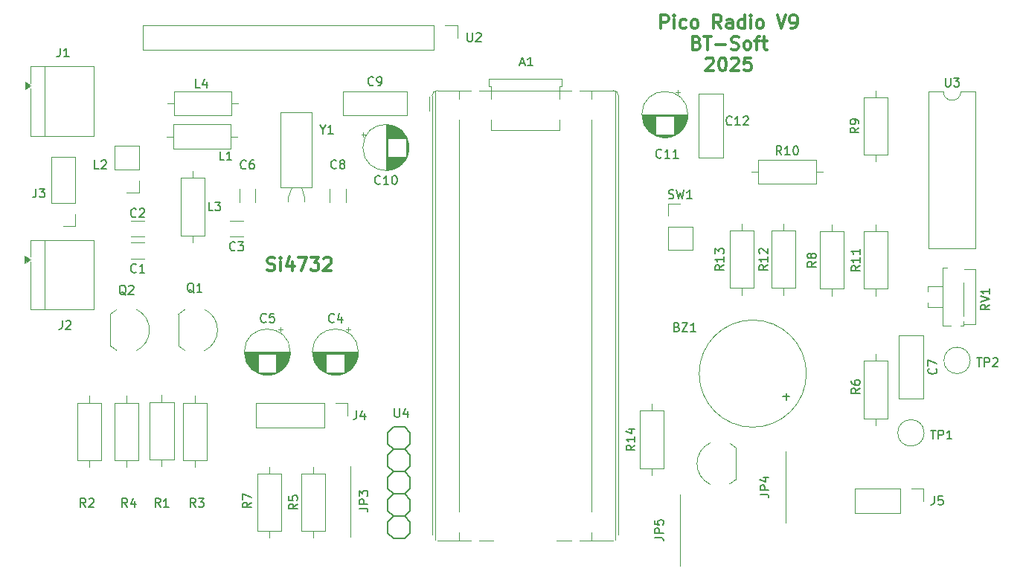
<source format=gbr>
%TF.GenerationSoftware,KiCad,Pcbnew,9.0.6*%
%TF.CreationDate,2026-01-05T16:45:39+01:00*%
%TF.ProjectId,pico-radio-9,7069636f-2d72-4616-9469-6f2d392e6b69,rev?*%
%TF.SameCoordinates,Original*%
%TF.FileFunction,Legend,Top*%
%TF.FilePolarity,Positive*%
%FSLAX46Y46*%
G04 Gerber Fmt 4.6, Leading zero omitted, Abs format (unit mm)*
G04 Created by KiCad (PCBNEW 9.0.6) date 2026-01-05 16:45:39*
%MOMM*%
%LPD*%
G01*
G04 APERTURE LIST*
%ADD10C,0.300000*%
%ADD11C,0.150000*%
%ADD12C,0.120000*%
%ADD13C,0.152400*%
G04 APERTURE END LIST*
D10*
X117785714Y-29970996D02*
X117785714Y-28470996D01*
X117785714Y-28470996D02*
X118357143Y-28470996D01*
X118357143Y-28470996D02*
X118500000Y-28542425D01*
X118500000Y-28542425D02*
X118571429Y-28613853D01*
X118571429Y-28613853D02*
X118642857Y-28756710D01*
X118642857Y-28756710D02*
X118642857Y-28970996D01*
X118642857Y-28970996D02*
X118571429Y-29113853D01*
X118571429Y-29113853D02*
X118500000Y-29185282D01*
X118500000Y-29185282D02*
X118357143Y-29256710D01*
X118357143Y-29256710D02*
X117785714Y-29256710D01*
X119285714Y-29970996D02*
X119285714Y-28970996D01*
X119285714Y-28470996D02*
X119214286Y-28542425D01*
X119214286Y-28542425D02*
X119285714Y-28613853D01*
X119285714Y-28613853D02*
X119357143Y-28542425D01*
X119357143Y-28542425D02*
X119285714Y-28470996D01*
X119285714Y-28470996D02*
X119285714Y-28613853D01*
X120642858Y-29899568D02*
X120500000Y-29970996D01*
X120500000Y-29970996D02*
X120214286Y-29970996D01*
X120214286Y-29970996D02*
X120071429Y-29899568D01*
X120071429Y-29899568D02*
X120000000Y-29828139D01*
X120000000Y-29828139D02*
X119928572Y-29685282D01*
X119928572Y-29685282D02*
X119928572Y-29256710D01*
X119928572Y-29256710D02*
X120000000Y-29113853D01*
X120000000Y-29113853D02*
X120071429Y-29042425D01*
X120071429Y-29042425D02*
X120214286Y-28970996D01*
X120214286Y-28970996D02*
X120500000Y-28970996D01*
X120500000Y-28970996D02*
X120642858Y-29042425D01*
X121500000Y-29970996D02*
X121357143Y-29899568D01*
X121357143Y-29899568D02*
X121285714Y-29828139D01*
X121285714Y-29828139D02*
X121214286Y-29685282D01*
X121214286Y-29685282D02*
X121214286Y-29256710D01*
X121214286Y-29256710D02*
X121285714Y-29113853D01*
X121285714Y-29113853D02*
X121357143Y-29042425D01*
X121357143Y-29042425D02*
X121500000Y-28970996D01*
X121500000Y-28970996D02*
X121714286Y-28970996D01*
X121714286Y-28970996D02*
X121857143Y-29042425D01*
X121857143Y-29042425D02*
X121928572Y-29113853D01*
X121928572Y-29113853D02*
X122000000Y-29256710D01*
X122000000Y-29256710D02*
X122000000Y-29685282D01*
X122000000Y-29685282D02*
X121928572Y-29828139D01*
X121928572Y-29828139D02*
X121857143Y-29899568D01*
X121857143Y-29899568D02*
X121714286Y-29970996D01*
X121714286Y-29970996D02*
X121500000Y-29970996D01*
X124642857Y-29970996D02*
X124142857Y-29256710D01*
X123785714Y-29970996D02*
X123785714Y-28470996D01*
X123785714Y-28470996D02*
X124357143Y-28470996D01*
X124357143Y-28470996D02*
X124500000Y-28542425D01*
X124500000Y-28542425D02*
X124571429Y-28613853D01*
X124571429Y-28613853D02*
X124642857Y-28756710D01*
X124642857Y-28756710D02*
X124642857Y-28970996D01*
X124642857Y-28970996D02*
X124571429Y-29113853D01*
X124571429Y-29113853D02*
X124500000Y-29185282D01*
X124500000Y-29185282D02*
X124357143Y-29256710D01*
X124357143Y-29256710D02*
X123785714Y-29256710D01*
X125928572Y-29970996D02*
X125928572Y-29185282D01*
X125928572Y-29185282D02*
X125857143Y-29042425D01*
X125857143Y-29042425D02*
X125714286Y-28970996D01*
X125714286Y-28970996D02*
X125428572Y-28970996D01*
X125428572Y-28970996D02*
X125285714Y-29042425D01*
X125928572Y-29899568D02*
X125785714Y-29970996D01*
X125785714Y-29970996D02*
X125428572Y-29970996D01*
X125428572Y-29970996D02*
X125285714Y-29899568D01*
X125285714Y-29899568D02*
X125214286Y-29756710D01*
X125214286Y-29756710D02*
X125214286Y-29613853D01*
X125214286Y-29613853D02*
X125285714Y-29470996D01*
X125285714Y-29470996D02*
X125428572Y-29399568D01*
X125428572Y-29399568D02*
X125785714Y-29399568D01*
X125785714Y-29399568D02*
X125928572Y-29328139D01*
X127285715Y-29970996D02*
X127285715Y-28470996D01*
X127285715Y-29899568D02*
X127142857Y-29970996D01*
X127142857Y-29970996D02*
X126857143Y-29970996D01*
X126857143Y-29970996D02*
X126714286Y-29899568D01*
X126714286Y-29899568D02*
X126642857Y-29828139D01*
X126642857Y-29828139D02*
X126571429Y-29685282D01*
X126571429Y-29685282D02*
X126571429Y-29256710D01*
X126571429Y-29256710D02*
X126642857Y-29113853D01*
X126642857Y-29113853D02*
X126714286Y-29042425D01*
X126714286Y-29042425D02*
X126857143Y-28970996D01*
X126857143Y-28970996D02*
X127142857Y-28970996D01*
X127142857Y-28970996D02*
X127285715Y-29042425D01*
X128000000Y-29970996D02*
X128000000Y-28970996D01*
X128000000Y-28470996D02*
X127928572Y-28542425D01*
X127928572Y-28542425D02*
X128000000Y-28613853D01*
X128000000Y-28613853D02*
X128071429Y-28542425D01*
X128071429Y-28542425D02*
X128000000Y-28470996D01*
X128000000Y-28470996D02*
X128000000Y-28613853D01*
X128928572Y-29970996D02*
X128785715Y-29899568D01*
X128785715Y-29899568D02*
X128714286Y-29828139D01*
X128714286Y-29828139D02*
X128642858Y-29685282D01*
X128642858Y-29685282D02*
X128642858Y-29256710D01*
X128642858Y-29256710D02*
X128714286Y-29113853D01*
X128714286Y-29113853D02*
X128785715Y-29042425D01*
X128785715Y-29042425D02*
X128928572Y-28970996D01*
X128928572Y-28970996D02*
X129142858Y-28970996D01*
X129142858Y-28970996D02*
X129285715Y-29042425D01*
X129285715Y-29042425D02*
X129357144Y-29113853D01*
X129357144Y-29113853D02*
X129428572Y-29256710D01*
X129428572Y-29256710D02*
X129428572Y-29685282D01*
X129428572Y-29685282D02*
X129357144Y-29828139D01*
X129357144Y-29828139D02*
X129285715Y-29899568D01*
X129285715Y-29899568D02*
X129142858Y-29970996D01*
X129142858Y-29970996D02*
X128928572Y-29970996D01*
X131000001Y-28470996D02*
X131500001Y-29970996D01*
X131500001Y-29970996D02*
X132000001Y-28470996D01*
X132571429Y-29970996D02*
X132857143Y-29970996D01*
X132857143Y-29970996D02*
X133000000Y-29899568D01*
X133000000Y-29899568D02*
X133071429Y-29828139D01*
X133071429Y-29828139D02*
X133214286Y-29613853D01*
X133214286Y-29613853D02*
X133285715Y-29328139D01*
X133285715Y-29328139D02*
X133285715Y-28756710D01*
X133285715Y-28756710D02*
X133214286Y-28613853D01*
X133214286Y-28613853D02*
X133142858Y-28542425D01*
X133142858Y-28542425D02*
X133000000Y-28470996D01*
X133000000Y-28470996D02*
X132714286Y-28470996D01*
X132714286Y-28470996D02*
X132571429Y-28542425D01*
X132571429Y-28542425D02*
X132500000Y-28613853D01*
X132500000Y-28613853D02*
X132428572Y-28756710D01*
X132428572Y-28756710D02*
X132428572Y-29113853D01*
X132428572Y-29113853D02*
X132500000Y-29256710D01*
X132500000Y-29256710D02*
X132571429Y-29328139D01*
X132571429Y-29328139D02*
X132714286Y-29399568D01*
X132714286Y-29399568D02*
X133000000Y-29399568D01*
X133000000Y-29399568D02*
X133142858Y-29328139D01*
X133142858Y-29328139D02*
X133214286Y-29256710D01*
X133214286Y-29256710D02*
X133285715Y-29113853D01*
X121857142Y-31600198D02*
X122071428Y-31671626D01*
X122071428Y-31671626D02*
X122142857Y-31743055D01*
X122142857Y-31743055D02*
X122214285Y-31885912D01*
X122214285Y-31885912D02*
X122214285Y-32100198D01*
X122214285Y-32100198D02*
X122142857Y-32243055D01*
X122142857Y-32243055D02*
X122071428Y-32314484D01*
X122071428Y-32314484D02*
X121928571Y-32385912D01*
X121928571Y-32385912D02*
X121357142Y-32385912D01*
X121357142Y-32385912D02*
X121357142Y-30885912D01*
X121357142Y-30885912D02*
X121857142Y-30885912D01*
X121857142Y-30885912D02*
X122000000Y-30957341D01*
X122000000Y-30957341D02*
X122071428Y-31028769D01*
X122071428Y-31028769D02*
X122142857Y-31171626D01*
X122142857Y-31171626D02*
X122142857Y-31314484D01*
X122142857Y-31314484D02*
X122071428Y-31457341D01*
X122071428Y-31457341D02*
X122000000Y-31528769D01*
X122000000Y-31528769D02*
X121857142Y-31600198D01*
X121857142Y-31600198D02*
X121357142Y-31600198D01*
X122642857Y-30885912D02*
X123500000Y-30885912D01*
X123071428Y-32385912D02*
X123071428Y-30885912D01*
X123999999Y-31814484D02*
X125142857Y-31814484D01*
X125785714Y-32314484D02*
X126000000Y-32385912D01*
X126000000Y-32385912D02*
X126357142Y-32385912D01*
X126357142Y-32385912D02*
X126500000Y-32314484D01*
X126500000Y-32314484D02*
X126571428Y-32243055D01*
X126571428Y-32243055D02*
X126642857Y-32100198D01*
X126642857Y-32100198D02*
X126642857Y-31957341D01*
X126642857Y-31957341D02*
X126571428Y-31814484D01*
X126571428Y-31814484D02*
X126500000Y-31743055D01*
X126500000Y-31743055D02*
X126357142Y-31671626D01*
X126357142Y-31671626D02*
X126071428Y-31600198D01*
X126071428Y-31600198D02*
X125928571Y-31528769D01*
X125928571Y-31528769D02*
X125857142Y-31457341D01*
X125857142Y-31457341D02*
X125785714Y-31314484D01*
X125785714Y-31314484D02*
X125785714Y-31171626D01*
X125785714Y-31171626D02*
X125857142Y-31028769D01*
X125857142Y-31028769D02*
X125928571Y-30957341D01*
X125928571Y-30957341D02*
X126071428Y-30885912D01*
X126071428Y-30885912D02*
X126428571Y-30885912D01*
X126428571Y-30885912D02*
X126642857Y-30957341D01*
X127499999Y-32385912D02*
X127357142Y-32314484D01*
X127357142Y-32314484D02*
X127285713Y-32243055D01*
X127285713Y-32243055D02*
X127214285Y-32100198D01*
X127214285Y-32100198D02*
X127214285Y-31671626D01*
X127214285Y-31671626D02*
X127285713Y-31528769D01*
X127285713Y-31528769D02*
X127357142Y-31457341D01*
X127357142Y-31457341D02*
X127499999Y-31385912D01*
X127499999Y-31385912D02*
X127714285Y-31385912D01*
X127714285Y-31385912D02*
X127857142Y-31457341D01*
X127857142Y-31457341D02*
X127928571Y-31528769D01*
X127928571Y-31528769D02*
X127999999Y-31671626D01*
X127999999Y-31671626D02*
X127999999Y-32100198D01*
X127999999Y-32100198D02*
X127928571Y-32243055D01*
X127928571Y-32243055D02*
X127857142Y-32314484D01*
X127857142Y-32314484D02*
X127714285Y-32385912D01*
X127714285Y-32385912D02*
X127499999Y-32385912D01*
X128428571Y-31385912D02*
X128999999Y-31385912D01*
X128642856Y-32385912D02*
X128642856Y-31100198D01*
X128642856Y-31100198D02*
X128714285Y-30957341D01*
X128714285Y-30957341D02*
X128857142Y-30885912D01*
X128857142Y-30885912D02*
X128999999Y-30885912D01*
X129285714Y-31385912D02*
X129857142Y-31385912D01*
X129499999Y-30885912D02*
X129499999Y-32171626D01*
X129499999Y-32171626D02*
X129571428Y-32314484D01*
X129571428Y-32314484D02*
X129714285Y-32385912D01*
X129714285Y-32385912D02*
X129857142Y-32385912D01*
X122928572Y-33443685D02*
X123000000Y-33372257D01*
X123000000Y-33372257D02*
X123142858Y-33300828D01*
X123142858Y-33300828D02*
X123500000Y-33300828D01*
X123500000Y-33300828D02*
X123642858Y-33372257D01*
X123642858Y-33372257D02*
X123714286Y-33443685D01*
X123714286Y-33443685D02*
X123785715Y-33586542D01*
X123785715Y-33586542D02*
X123785715Y-33729400D01*
X123785715Y-33729400D02*
X123714286Y-33943685D01*
X123714286Y-33943685D02*
X122857143Y-34800828D01*
X122857143Y-34800828D02*
X123785715Y-34800828D01*
X124714286Y-33300828D02*
X124857143Y-33300828D01*
X124857143Y-33300828D02*
X125000000Y-33372257D01*
X125000000Y-33372257D02*
X125071429Y-33443685D01*
X125071429Y-33443685D02*
X125142857Y-33586542D01*
X125142857Y-33586542D02*
X125214286Y-33872257D01*
X125214286Y-33872257D02*
X125214286Y-34229400D01*
X125214286Y-34229400D02*
X125142857Y-34515114D01*
X125142857Y-34515114D02*
X125071429Y-34657971D01*
X125071429Y-34657971D02*
X125000000Y-34729400D01*
X125000000Y-34729400D02*
X124857143Y-34800828D01*
X124857143Y-34800828D02*
X124714286Y-34800828D01*
X124714286Y-34800828D02*
X124571429Y-34729400D01*
X124571429Y-34729400D02*
X124500000Y-34657971D01*
X124500000Y-34657971D02*
X124428571Y-34515114D01*
X124428571Y-34515114D02*
X124357143Y-34229400D01*
X124357143Y-34229400D02*
X124357143Y-33872257D01*
X124357143Y-33872257D02*
X124428571Y-33586542D01*
X124428571Y-33586542D02*
X124500000Y-33443685D01*
X124500000Y-33443685D02*
X124571429Y-33372257D01*
X124571429Y-33372257D02*
X124714286Y-33300828D01*
X125785714Y-33443685D02*
X125857142Y-33372257D01*
X125857142Y-33372257D02*
X126000000Y-33300828D01*
X126000000Y-33300828D02*
X126357142Y-33300828D01*
X126357142Y-33300828D02*
X126500000Y-33372257D01*
X126500000Y-33372257D02*
X126571428Y-33443685D01*
X126571428Y-33443685D02*
X126642857Y-33586542D01*
X126642857Y-33586542D02*
X126642857Y-33729400D01*
X126642857Y-33729400D02*
X126571428Y-33943685D01*
X126571428Y-33943685D02*
X125714285Y-34800828D01*
X125714285Y-34800828D02*
X126642857Y-34800828D01*
X127999999Y-33300828D02*
X127285713Y-33300828D01*
X127285713Y-33300828D02*
X127214285Y-34015114D01*
X127214285Y-34015114D02*
X127285713Y-33943685D01*
X127285713Y-33943685D02*
X127428571Y-33872257D01*
X127428571Y-33872257D02*
X127785713Y-33872257D01*
X127785713Y-33872257D02*
X127928571Y-33943685D01*
X127928571Y-33943685D02*
X127999999Y-34015114D01*
X127999999Y-34015114D02*
X128071428Y-34157971D01*
X128071428Y-34157971D02*
X128071428Y-34515114D01*
X128071428Y-34515114D02*
X127999999Y-34657971D01*
X127999999Y-34657971D02*
X127928571Y-34729400D01*
X127928571Y-34729400D02*
X127785713Y-34800828D01*
X127785713Y-34800828D02*
X127428571Y-34800828D01*
X127428571Y-34800828D02*
X127285713Y-34729400D01*
X127285713Y-34729400D02*
X127214285Y-34657971D01*
X72983082Y-57479400D02*
X73197368Y-57550828D01*
X73197368Y-57550828D02*
X73554510Y-57550828D01*
X73554510Y-57550828D02*
X73697368Y-57479400D01*
X73697368Y-57479400D02*
X73768796Y-57407971D01*
X73768796Y-57407971D02*
X73840225Y-57265114D01*
X73840225Y-57265114D02*
X73840225Y-57122257D01*
X73840225Y-57122257D02*
X73768796Y-56979400D01*
X73768796Y-56979400D02*
X73697368Y-56907971D01*
X73697368Y-56907971D02*
X73554510Y-56836542D01*
X73554510Y-56836542D02*
X73268796Y-56765114D01*
X73268796Y-56765114D02*
X73125939Y-56693685D01*
X73125939Y-56693685D02*
X73054510Y-56622257D01*
X73054510Y-56622257D02*
X72983082Y-56479400D01*
X72983082Y-56479400D02*
X72983082Y-56336542D01*
X72983082Y-56336542D02*
X73054510Y-56193685D01*
X73054510Y-56193685D02*
X73125939Y-56122257D01*
X73125939Y-56122257D02*
X73268796Y-56050828D01*
X73268796Y-56050828D02*
X73625939Y-56050828D01*
X73625939Y-56050828D02*
X73840225Y-56122257D01*
X74483081Y-57550828D02*
X74483081Y-56550828D01*
X74483081Y-56050828D02*
X74411653Y-56122257D01*
X74411653Y-56122257D02*
X74483081Y-56193685D01*
X74483081Y-56193685D02*
X74554510Y-56122257D01*
X74554510Y-56122257D02*
X74483081Y-56050828D01*
X74483081Y-56050828D02*
X74483081Y-56193685D01*
X75840225Y-56550828D02*
X75840225Y-57550828D01*
X75483082Y-55979400D02*
X75125939Y-57050828D01*
X75125939Y-57050828D02*
X76054510Y-57050828D01*
X76483081Y-56050828D02*
X77483081Y-56050828D01*
X77483081Y-56050828D02*
X76840224Y-57550828D01*
X77911652Y-56050828D02*
X78840224Y-56050828D01*
X78840224Y-56050828D02*
X78340224Y-56622257D01*
X78340224Y-56622257D02*
X78554509Y-56622257D01*
X78554509Y-56622257D02*
X78697367Y-56693685D01*
X78697367Y-56693685D02*
X78768795Y-56765114D01*
X78768795Y-56765114D02*
X78840224Y-56907971D01*
X78840224Y-56907971D02*
X78840224Y-57265114D01*
X78840224Y-57265114D02*
X78768795Y-57407971D01*
X78768795Y-57407971D02*
X78697367Y-57479400D01*
X78697367Y-57479400D02*
X78554509Y-57550828D01*
X78554509Y-57550828D02*
X78125938Y-57550828D01*
X78125938Y-57550828D02*
X77983081Y-57479400D01*
X77983081Y-57479400D02*
X77911652Y-57407971D01*
X79411652Y-56193685D02*
X79483080Y-56122257D01*
X79483080Y-56122257D02*
X79625938Y-56050828D01*
X79625938Y-56050828D02*
X79983080Y-56050828D01*
X79983080Y-56050828D02*
X80125938Y-56122257D01*
X80125938Y-56122257D02*
X80197366Y-56193685D01*
X80197366Y-56193685D02*
X80268795Y-56336542D01*
X80268795Y-56336542D02*
X80268795Y-56479400D01*
X80268795Y-56479400D02*
X80197366Y-56693685D01*
X80197366Y-56693685D02*
X79340223Y-57550828D01*
X79340223Y-57550828D02*
X80268795Y-57550828D01*
D11*
X57058333Y-84479819D02*
X56725000Y-84003628D01*
X56486905Y-84479819D02*
X56486905Y-83479819D01*
X56486905Y-83479819D02*
X56867857Y-83479819D01*
X56867857Y-83479819D02*
X56963095Y-83527438D01*
X56963095Y-83527438D02*
X57010714Y-83575057D01*
X57010714Y-83575057D02*
X57058333Y-83670295D01*
X57058333Y-83670295D02*
X57058333Y-83813152D01*
X57058333Y-83813152D02*
X57010714Y-83908390D01*
X57010714Y-83908390D02*
X56963095Y-83956009D01*
X56963095Y-83956009D02*
X56867857Y-84003628D01*
X56867857Y-84003628D02*
X56486905Y-84003628D01*
X57915476Y-83813152D02*
X57915476Y-84479819D01*
X57677381Y-83432200D02*
X57439286Y-84146485D01*
X57439286Y-84146485D02*
X58058333Y-84146485D01*
X149084580Y-68691666D02*
X149132200Y-68739285D01*
X149132200Y-68739285D02*
X149179819Y-68882142D01*
X149179819Y-68882142D02*
X149179819Y-68977380D01*
X149179819Y-68977380D02*
X149132200Y-69120237D01*
X149132200Y-69120237D02*
X149036961Y-69215475D01*
X149036961Y-69215475D02*
X148941723Y-69263094D01*
X148941723Y-69263094D02*
X148751247Y-69310713D01*
X148751247Y-69310713D02*
X148608390Y-69310713D01*
X148608390Y-69310713D02*
X148417914Y-69263094D01*
X148417914Y-69263094D02*
X148322676Y-69215475D01*
X148322676Y-69215475D02*
X148227438Y-69120237D01*
X148227438Y-69120237D02*
X148179819Y-68977380D01*
X148179819Y-68977380D02*
X148179819Y-68882142D01*
X148179819Y-68882142D02*
X148227438Y-68739285D01*
X148227438Y-68739285D02*
X148275057Y-68691666D01*
X148179819Y-68358332D02*
X148179819Y-67691666D01*
X148179819Y-67691666D02*
X149179819Y-68120237D01*
X148891666Y-83229819D02*
X148891666Y-83944104D01*
X148891666Y-83944104D02*
X148844047Y-84086961D01*
X148844047Y-84086961D02*
X148748809Y-84182200D01*
X148748809Y-84182200D02*
X148605952Y-84229819D01*
X148605952Y-84229819D02*
X148510714Y-84229819D01*
X149844047Y-83229819D02*
X149367857Y-83229819D01*
X149367857Y-83229819D02*
X149320238Y-83706009D01*
X149320238Y-83706009D02*
X149367857Y-83658390D01*
X149367857Y-83658390D02*
X149463095Y-83610771D01*
X149463095Y-83610771D02*
X149701190Y-83610771D01*
X149701190Y-83610771D02*
X149796428Y-83658390D01*
X149796428Y-83658390D02*
X149844047Y-83706009D01*
X149844047Y-83706009D02*
X149891666Y-83801247D01*
X149891666Y-83801247D02*
X149891666Y-84039342D01*
X149891666Y-84039342D02*
X149844047Y-84134580D01*
X149844047Y-84134580D02*
X149796428Y-84182200D01*
X149796428Y-84182200D02*
X149701190Y-84229819D01*
X149701190Y-84229819D02*
X149463095Y-84229819D01*
X149463095Y-84229819D02*
X149367857Y-84182200D01*
X149367857Y-84182200D02*
X149320238Y-84134580D01*
X119594047Y-63956009D02*
X119736904Y-64003628D01*
X119736904Y-64003628D02*
X119784523Y-64051247D01*
X119784523Y-64051247D02*
X119832142Y-64146485D01*
X119832142Y-64146485D02*
X119832142Y-64289342D01*
X119832142Y-64289342D02*
X119784523Y-64384580D01*
X119784523Y-64384580D02*
X119736904Y-64432200D01*
X119736904Y-64432200D02*
X119641666Y-64479819D01*
X119641666Y-64479819D02*
X119260714Y-64479819D01*
X119260714Y-64479819D02*
X119260714Y-63479819D01*
X119260714Y-63479819D02*
X119594047Y-63479819D01*
X119594047Y-63479819D02*
X119689285Y-63527438D01*
X119689285Y-63527438D02*
X119736904Y-63575057D01*
X119736904Y-63575057D02*
X119784523Y-63670295D01*
X119784523Y-63670295D02*
X119784523Y-63765533D01*
X119784523Y-63765533D02*
X119736904Y-63860771D01*
X119736904Y-63860771D02*
X119689285Y-63908390D01*
X119689285Y-63908390D02*
X119594047Y-63956009D01*
X119594047Y-63956009D02*
X119260714Y-63956009D01*
X120165476Y-63479819D02*
X120832142Y-63479819D01*
X120832142Y-63479819D02*
X120165476Y-64479819D01*
X120165476Y-64479819D02*
X120832142Y-64479819D01*
X121736904Y-64479819D02*
X121165476Y-64479819D01*
X121451190Y-64479819D02*
X121451190Y-63479819D01*
X121451190Y-63479819D02*
X121355952Y-63622676D01*
X121355952Y-63622676D02*
X121260714Y-63717914D01*
X121260714Y-63717914D02*
X121165476Y-63765533D01*
X131654048Y-71888866D02*
X132415953Y-71888866D01*
X132035000Y-72269819D02*
X132035000Y-71507914D01*
X131502142Y-44359819D02*
X131168809Y-43883628D01*
X130930714Y-44359819D02*
X130930714Y-43359819D01*
X130930714Y-43359819D02*
X131311666Y-43359819D01*
X131311666Y-43359819D02*
X131406904Y-43407438D01*
X131406904Y-43407438D02*
X131454523Y-43455057D01*
X131454523Y-43455057D02*
X131502142Y-43550295D01*
X131502142Y-43550295D02*
X131502142Y-43693152D01*
X131502142Y-43693152D02*
X131454523Y-43788390D01*
X131454523Y-43788390D02*
X131406904Y-43836009D01*
X131406904Y-43836009D02*
X131311666Y-43883628D01*
X131311666Y-43883628D02*
X130930714Y-43883628D01*
X132454523Y-44359819D02*
X131883095Y-44359819D01*
X132168809Y-44359819D02*
X132168809Y-43359819D01*
X132168809Y-43359819D02*
X132073571Y-43502676D01*
X132073571Y-43502676D02*
X131978333Y-43597914D01*
X131978333Y-43597914D02*
X131883095Y-43645533D01*
X133073571Y-43359819D02*
X133168809Y-43359819D01*
X133168809Y-43359819D02*
X133264047Y-43407438D01*
X133264047Y-43407438D02*
X133311666Y-43455057D01*
X133311666Y-43455057D02*
X133359285Y-43550295D01*
X133359285Y-43550295D02*
X133406904Y-43740771D01*
X133406904Y-43740771D02*
X133406904Y-43978866D01*
X133406904Y-43978866D02*
X133359285Y-44169342D01*
X133359285Y-44169342D02*
X133311666Y-44264580D01*
X133311666Y-44264580D02*
X133264047Y-44312200D01*
X133264047Y-44312200D02*
X133168809Y-44359819D01*
X133168809Y-44359819D02*
X133073571Y-44359819D01*
X133073571Y-44359819D02*
X132978333Y-44312200D01*
X132978333Y-44312200D02*
X132930714Y-44264580D01*
X132930714Y-44264580D02*
X132883095Y-44169342D01*
X132883095Y-44169342D02*
X132835476Y-43978866D01*
X132835476Y-43978866D02*
X132835476Y-43740771D01*
X132835476Y-43740771D02*
X132883095Y-43550295D01*
X132883095Y-43550295D02*
X132930714Y-43455057D01*
X132930714Y-43455057D02*
X132978333Y-43407438D01*
X132978333Y-43407438D02*
X133073571Y-43359819D01*
X117059819Y-87938333D02*
X117774104Y-87938333D01*
X117774104Y-87938333D02*
X117916961Y-87985952D01*
X117916961Y-87985952D02*
X118012200Y-88081190D01*
X118012200Y-88081190D02*
X118059819Y-88224047D01*
X118059819Y-88224047D02*
X118059819Y-88319285D01*
X118059819Y-87462142D02*
X117059819Y-87462142D01*
X117059819Y-87462142D02*
X117059819Y-87081190D01*
X117059819Y-87081190D02*
X117107438Y-86985952D01*
X117107438Y-86985952D02*
X117155057Y-86938333D01*
X117155057Y-86938333D02*
X117250295Y-86890714D01*
X117250295Y-86890714D02*
X117393152Y-86890714D01*
X117393152Y-86890714D02*
X117488390Y-86938333D01*
X117488390Y-86938333D02*
X117536009Y-86985952D01*
X117536009Y-86985952D02*
X117583628Y-87081190D01*
X117583628Y-87081190D02*
X117583628Y-87462142D01*
X117059819Y-85985952D02*
X117059819Y-86462142D01*
X117059819Y-86462142D02*
X117536009Y-86509761D01*
X117536009Y-86509761D02*
X117488390Y-86462142D01*
X117488390Y-86462142D02*
X117440771Y-86366904D01*
X117440771Y-86366904D02*
X117440771Y-86128809D01*
X117440771Y-86128809D02*
X117488390Y-86033571D01*
X117488390Y-86033571D02*
X117536009Y-85985952D01*
X117536009Y-85985952D02*
X117631247Y-85938333D01*
X117631247Y-85938333D02*
X117869342Y-85938333D01*
X117869342Y-85938333D02*
X117964580Y-85985952D01*
X117964580Y-85985952D02*
X118012200Y-86033571D01*
X118012200Y-86033571D02*
X118059819Y-86128809D01*
X118059819Y-86128809D02*
X118059819Y-86366904D01*
X118059819Y-86366904D02*
X118012200Y-86462142D01*
X118012200Y-86462142D02*
X117964580Y-86509761D01*
X56879761Y-60325057D02*
X56784523Y-60277438D01*
X56784523Y-60277438D02*
X56689285Y-60182200D01*
X56689285Y-60182200D02*
X56546428Y-60039342D01*
X56546428Y-60039342D02*
X56451190Y-59991723D01*
X56451190Y-59991723D02*
X56355952Y-59991723D01*
X56403571Y-60229819D02*
X56308333Y-60182200D01*
X56308333Y-60182200D02*
X56213095Y-60086961D01*
X56213095Y-60086961D02*
X56165476Y-59896485D01*
X56165476Y-59896485D02*
X56165476Y-59563152D01*
X56165476Y-59563152D02*
X56213095Y-59372676D01*
X56213095Y-59372676D02*
X56308333Y-59277438D01*
X56308333Y-59277438D02*
X56403571Y-59229819D01*
X56403571Y-59229819D02*
X56594047Y-59229819D01*
X56594047Y-59229819D02*
X56689285Y-59277438D01*
X56689285Y-59277438D02*
X56784523Y-59372676D01*
X56784523Y-59372676D02*
X56832142Y-59563152D01*
X56832142Y-59563152D02*
X56832142Y-59896485D01*
X56832142Y-59896485D02*
X56784523Y-60086961D01*
X56784523Y-60086961D02*
X56689285Y-60182200D01*
X56689285Y-60182200D02*
X56594047Y-60229819D01*
X56594047Y-60229819D02*
X56403571Y-60229819D01*
X57213095Y-59325057D02*
X57260714Y-59277438D01*
X57260714Y-59277438D02*
X57355952Y-59229819D01*
X57355952Y-59229819D02*
X57594047Y-59229819D01*
X57594047Y-59229819D02*
X57689285Y-59277438D01*
X57689285Y-59277438D02*
X57736904Y-59325057D01*
X57736904Y-59325057D02*
X57784523Y-59420295D01*
X57784523Y-59420295D02*
X57784523Y-59515533D01*
X57784523Y-59515533D02*
X57736904Y-59658390D01*
X57736904Y-59658390D02*
X57165476Y-60229819D01*
X57165476Y-60229819D02*
X57784523Y-60229819D01*
X140429819Y-56997857D02*
X139953628Y-57331190D01*
X140429819Y-57569285D02*
X139429819Y-57569285D01*
X139429819Y-57569285D02*
X139429819Y-57188333D01*
X139429819Y-57188333D02*
X139477438Y-57093095D01*
X139477438Y-57093095D02*
X139525057Y-57045476D01*
X139525057Y-57045476D02*
X139620295Y-56997857D01*
X139620295Y-56997857D02*
X139763152Y-56997857D01*
X139763152Y-56997857D02*
X139858390Y-57045476D01*
X139858390Y-57045476D02*
X139906009Y-57093095D01*
X139906009Y-57093095D02*
X139953628Y-57188333D01*
X139953628Y-57188333D02*
X139953628Y-57569285D01*
X140429819Y-56045476D02*
X140429819Y-56616904D01*
X140429819Y-56331190D02*
X139429819Y-56331190D01*
X139429819Y-56331190D02*
X139572676Y-56426428D01*
X139572676Y-56426428D02*
X139667914Y-56521666D01*
X139667914Y-56521666D02*
X139715533Y-56616904D01*
X140429819Y-55093095D02*
X140429819Y-55664523D01*
X140429819Y-55378809D02*
X139429819Y-55378809D01*
X139429819Y-55378809D02*
X139572676Y-55474047D01*
X139572676Y-55474047D02*
X139667914Y-55569285D01*
X139667914Y-55569285D02*
X139715533Y-55664523D01*
X83429819Y-84608333D02*
X84144104Y-84608333D01*
X84144104Y-84608333D02*
X84286961Y-84655952D01*
X84286961Y-84655952D02*
X84382200Y-84751190D01*
X84382200Y-84751190D02*
X84429819Y-84894047D01*
X84429819Y-84894047D02*
X84429819Y-84989285D01*
X84429819Y-84132142D02*
X83429819Y-84132142D01*
X83429819Y-84132142D02*
X83429819Y-83751190D01*
X83429819Y-83751190D02*
X83477438Y-83655952D01*
X83477438Y-83655952D02*
X83525057Y-83608333D01*
X83525057Y-83608333D02*
X83620295Y-83560714D01*
X83620295Y-83560714D02*
X83763152Y-83560714D01*
X83763152Y-83560714D02*
X83858390Y-83608333D01*
X83858390Y-83608333D02*
X83906009Y-83655952D01*
X83906009Y-83655952D02*
X83953628Y-83751190D01*
X83953628Y-83751190D02*
X83953628Y-84132142D01*
X83429819Y-83227380D02*
X83429819Y-82608333D01*
X83429819Y-82608333D02*
X83810771Y-82941666D01*
X83810771Y-82941666D02*
X83810771Y-82798809D01*
X83810771Y-82798809D02*
X83858390Y-82703571D01*
X83858390Y-82703571D02*
X83906009Y-82655952D01*
X83906009Y-82655952D02*
X84001247Y-82608333D01*
X84001247Y-82608333D02*
X84239342Y-82608333D01*
X84239342Y-82608333D02*
X84334580Y-82655952D01*
X84334580Y-82655952D02*
X84382200Y-82703571D01*
X84382200Y-82703571D02*
X84429819Y-82798809D01*
X84429819Y-82798809D02*
X84429819Y-83084523D01*
X84429819Y-83084523D02*
X84382200Y-83179761D01*
X84382200Y-83179761D02*
X84334580Y-83227380D01*
X87463095Y-73229819D02*
X87463095Y-74039342D01*
X87463095Y-74039342D02*
X87510714Y-74134580D01*
X87510714Y-74134580D02*
X87558333Y-74182200D01*
X87558333Y-74182200D02*
X87653571Y-74229819D01*
X87653571Y-74229819D02*
X87844047Y-74229819D01*
X87844047Y-74229819D02*
X87939285Y-74182200D01*
X87939285Y-74182200D02*
X87986904Y-74134580D01*
X87986904Y-74134580D02*
X88034523Y-74039342D01*
X88034523Y-74039342D02*
X88034523Y-73229819D01*
X88939285Y-73563152D02*
X88939285Y-74229819D01*
X88701190Y-73182200D02*
X88463095Y-73896485D01*
X88463095Y-73896485D02*
X89082142Y-73896485D01*
X64808333Y-84479819D02*
X64475000Y-84003628D01*
X64236905Y-84479819D02*
X64236905Y-83479819D01*
X64236905Y-83479819D02*
X64617857Y-83479819D01*
X64617857Y-83479819D02*
X64713095Y-83527438D01*
X64713095Y-83527438D02*
X64760714Y-83575057D01*
X64760714Y-83575057D02*
X64808333Y-83670295D01*
X64808333Y-83670295D02*
X64808333Y-83813152D01*
X64808333Y-83813152D02*
X64760714Y-83908390D01*
X64760714Y-83908390D02*
X64713095Y-83956009D01*
X64713095Y-83956009D02*
X64617857Y-84003628D01*
X64617857Y-84003628D02*
X64236905Y-84003628D01*
X65141667Y-83479819D02*
X65760714Y-83479819D01*
X65760714Y-83479819D02*
X65427381Y-83860771D01*
X65427381Y-83860771D02*
X65570238Y-83860771D01*
X65570238Y-83860771D02*
X65665476Y-83908390D01*
X65665476Y-83908390D02*
X65713095Y-83956009D01*
X65713095Y-83956009D02*
X65760714Y-84051247D01*
X65760714Y-84051247D02*
X65760714Y-84289342D01*
X65760714Y-84289342D02*
X65713095Y-84384580D01*
X65713095Y-84384580D02*
X65665476Y-84432200D01*
X65665476Y-84432200D02*
X65570238Y-84479819D01*
X65570238Y-84479819D02*
X65284524Y-84479819D01*
X65284524Y-84479819D02*
X65189286Y-84432200D01*
X65189286Y-84432200D02*
X65141667Y-84384580D01*
X46666666Y-48204819D02*
X46666666Y-48919104D01*
X46666666Y-48919104D02*
X46619047Y-49061961D01*
X46619047Y-49061961D02*
X46523809Y-49157200D01*
X46523809Y-49157200D02*
X46380952Y-49204819D01*
X46380952Y-49204819D02*
X46285714Y-49204819D01*
X47047619Y-48204819D02*
X47666666Y-48204819D01*
X47666666Y-48204819D02*
X47333333Y-48585771D01*
X47333333Y-48585771D02*
X47476190Y-48585771D01*
X47476190Y-48585771D02*
X47571428Y-48633390D01*
X47571428Y-48633390D02*
X47619047Y-48681009D01*
X47619047Y-48681009D02*
X47666666Y-48776247D01*
X47666666Y-48776247D02*
X47666666Y-49014342D01*
X47666666Y-49014342D02*
X47619047Y-49109580D01*
X47619047Y-49109580D02*
X47571428Y-49157200D01*
X47571428Y-49157200D02*
X47476190Y-49204819D01*
X47476190Y-49204819D02*
X47190476Y-49204819D01*
X47190476Y-49204819D02*
X47095238Y-49157200D01*
X47095238Y-49157200D02*
X47047619Y-49109580D01*
X148463095Y-75729819D02*
X149034523Y-75729819D01*
X148748809Y-76729819D02*
X148748809Y-75729819D01*
X149367857Y-76729819D02*
X149367857Y-75729819D01*
X149367857Y-75729819D02*
X149748809Y-75729819D01*
X149748809Y-75729819D02*
X149844047Y-75777438D01*
X149844047Y-75777438D02*
X149891666Y-75825057D01*
X149891666Y-75825057D02*
X149939285Y-75920295D01*
X149939285Y-75920295D02*
X149939285Y-76063152D01*
X149939285Y-76063152D02*
X149891666Y-76158390D01*
X149891666Y-76158390D02*
X149844047Y-76206009D01*
X149844047Y-76206009D02*
X149748809Y-76253628D01*
X149748809Y-76253628D02*
X149367857Y-76253628D01*
X150891666Y-76729819D02*
X150320238Y-76729819D01*
X150605952Y-76729819D02*
X150605952Y-75729819D01*
X150605952Y-75729819D02*
X150510714Y-75872676D01*
X150510714Y-75872676D02*
X150415476Y-75967914D01*
X150415476Y-75967914D02*
X150320238Y-76015533D01*
X114809819Y-77417857D02*
X114333628Y-77751190D01*
X114809819Y-77989285D02*
X113809819Y-77989285D01*
X113809819Y-77989285D02*
X113809819Y-77608333D01*
X113809819Y-77608333D02*
X113857438Y-77513095D01*
X113857438Y-77513095D02*
X113905057Y-77465476D01*
X113905057Y-77465476D02*
X114000295Y-77417857D01*
X114000295Y-77417857D02*
X114143152Y-77417857D01*
X114143152Y-77417857D02*
X114238390Y-77465476D01*
X114238390Y-77465476D02*
X114286009Y-77513095D01*
X114286009Y-77513095D02*
X114333628Y-77608333D01*
X114333628Y-77608333D02*
X114333628Y-77989285D01*
X114809819Y-76465476D02*
X114809819Y-77036904D01*
X114809819Y-76751190D02*
X113809819Y-76751190D01*
X113809819Y-76751190D02*
X113952676Y-76846428D01*
X113952676Y-76846428D02*
X114047914Y-76941666D01*
X114047914Y-76941666D02*
X114095533Y-77036904D01*
X114143152Y-75608333D02*
X114809819Y-75608333D01*
X113762200Y-75846428D02*
X114476485Y-76084523D01*
X114476485Y-76084523D02*
X114476485Y-75465476D01*
X85832142Y-47634580D02*
X85784523Y-47682200D01*
X85784523Y-47682200D02*
X85641666Y-47729819D01*
X85641666Y-47729819D02*
X85546428Y-47729819D01*
X85546428Y-47729819D02*
X85403571Y-47682200D01*
X85403571Y-47682200D02*
X85308333Y-47586961D01*
X85308333Y-47586961D02*
X85260714Y-47491723D01*
X85260714Y-47491723D02*
X85213095Y-47301247D01*
X85213095Y-47301247D02*
X85213095Y-47158390D01*
X85213095Y-47158390D02*
X85260714Y-46967914D01*
X85260714Y-46967914D02*
X85308333Y-46872676D01*
X85308333Y-46872676D02*
X85403571Y-46777438D01*
X85403571Y-46777438D02*
X85546428Y-46729819D01*
X85546428Y-46729819D02*
X85641666Y-46729819D01*
X85641666Y-46729819D02*
X85784523Y-46777438D01*
X85784523Y-46777438D02*
X85832142Y-46825057D01*
X86784523Y-47729819D02*
X86213095Y-47729819D01*
X86498809Y-47729819D02*
X86498809Y-46729819D01*
X86498809Y-46729819D02*
X86403571Y-46872676D01*
X86403571Y-46872676D02*
X86308333Y-46967914D01*
X86308333Y-46967914D02*
X86213095Y-47015533D01*
X87403571Y-46729819D02*
X87498809Y-46729819D01*
X87498809Y-46729819D02*
X87594047Y-46777438D01*
X87594047Y-46777438D02*
X87641666Y-46825057D01*
X87641666Y-46825057D02*
X87689285Y-46920295D01*
X87689285Y-46920295D02*
X87736904Y-47110771D01*
X87736904Y-47110771D02*
X87736904Y-47348866D01*
X87736904Y-47348866D02*
X87689285Y-47539342D01*
X87689285Y-47539342D02*
X87641666Y-47634580D01*
X87641666Y-47634580D02*
X87594047Y-47682200D01*
X87594047Y-47682200D02*
X87498809Y-47729819D01*
X87498809Y-47729819D02*
X87403571Y-47729819D01*
X87403571Y-47729819D02*
X87308333Y-47682200D01*
X87308333Y-47682200D02*
X87260714Y-47634580D01*
X87260714Y-47634580D02*
X87213095Y-47539342D01*
X87213095Y-47539342D02*
X87165476Y-47348866D01*
X87165476Y-47348866D02*
X87165476Y-47110771D01*
X87165476Y-47110771D02*
X87213095Y-46920295D01*
X87213095Y-46920295D02*
X87260714Y-46825057D01*
X87260714Y-46825057D02*
X87308333Y-46777438D01*
X87308333Y-46777438D02*
X87403571Y-46729819D01*
X83141666Y-73479819D02*
X83141666Y-74194104D01*
X83141666Y-74194104D02*
X83094047Y-74336961D01*
X83094047Y-74336961D02*
X82998809Y-74432200D01*
X82998809Y-74432200D02*
X82855952Y-74479819D01*
X82855952Y-74479819D02*
X82760714Y-74479819D01*
X84046428Y-73813152D02*
X84046428Y-74479819D01*
X83808333Y-73432200D02*
X83570238Y-74146485D01*
X83570238Y-74146485D02*
X84189285Y-74146485D01*
X58058333Y-57684580D02*
X58010714Y-57732200D01*
X58010714Y-57732200D02*
X57867857Y-57779819D01*
X57867857Y-57779819D02*
X57772619Y-57779819D01*
X57772619Y-57779819D02*
X57629762Y-57732200D01*
X57629762Y-57732200D02*
X57534524Y-57636961D01*
X57534524Y-57636961D02*
X57486905Y-57541723D01*
X57486905Y-57541723D02*
X57439286Y-57351247D01*
X57439286Y-57351247D02*
X57439286Y-57208390D01*
X57439286Y-57208390D02*
X57486905Y-57017914D01*
X57486905Y-57017914D02*
X57534524Y-56922676D01*
X57534524Y-56922676D02*
X57629762Y-56827438D01*
X57629762Y-56827438D02*
X57772619Y-56779819D01*
X57772619Y-56779819D02*
X57867857Y-56779819D01*
X57867857Y-56779819D02*
X58010714Y-56827438D01*
X58010714Y-56827438D02*
X58058333Y-56875057D01*
X59010714Y-57779819D02*
X58439286Y-57779819D01*
X58725000Y-57779819D02*
X58725000Y-56779819D01*
X58725000Y-56779819D02*
X58629762Y-56922676D01*
X58629762Y-56922676D02*
X58534524Y-57017914D01*
X58534524Y-57017914D02*
X58439286Y-57065533D01*
X72833333Y-63359580D02*
X72785714Y-63407200D01*
X72785714Y-63407200D02*
X72642857Y-63454819D01*
X72642857Y-63454819D02*
X72547619Y-63454819D01*
X72547619Y-63454819D02*
X72404762Y-63407200D01*
X72404762Y-63407200D02*
X72309524Y-63311961D01*
X72309524Y-63311961D02*
X72261905Y-63216723D01*
X72261905Y-63216723D02*
X72214286Y-63026247D01*
X72214286Y-63026247D02*
X72214286Y-62883390D01*
X72214286Y-62883390D02*
X72261905Y-62692914D01*
X72261905Y-62692914D02*
X72309524Y-62597676D01*
X72309524Y-62597676D02*
X72404762Y-62502438D01*
X72404762Y-62502438D02*
X72547619Y-62454819D01*
X72547619Y-62454819D02*
X72642857Y-62454819D01*
X72642857Y-62454819D02*
X72785714Y-62502438D01*
X72785714Y-62502438D02*
X72833333Y-62550057D01*
X73738095Y-62454819D02*
X73261905Y-62454819D01*
X73261905Y-62454819D02*
X73214286Y-62931009D01*
X73214286Y-62931009D02*
X73261905Y-62883390D01*
X73261905Y-62883390D02*
X73357143Y-62835771D01*
X73357143Y-62835771D02*
X73595238Y-62835771D01*
X73595238Y-62835771D02*
X73690476Y-62883390D01*
X73690476Y-62883390D02*
X73738095Y-62931009D01*
X73738095Y-62931009D02*
X73785714Y-63026247D01*
X73785714Y-63026247D02*
X73785714Y-63264342D01*
X73785714Y-63264342D02*
X73738095Y-63359580D01*
X73738095Y-63359580D02*
X73690476Y-63407200D01*
X73690476Y-63407200D02*
X73595238Y-63454819D01*
X73595238Y-63454819D02*
X73357143Y-63454819D01*
X73357143Y-63454819D02*
X73261905Y-63407200D01*
X73261905Y-63407200D02*
X73214286Y-63359580D01*
X49641666Y-63229819D02*
X49641666Y-63944104D01*
X49641666Y-63944104D02*
X49594047Y-64086961D01*
X49594047Y-64086961D02*
X49498809Y-64182200D01*
X49498809Y-64182200D02*
X49355952Y-64229819D01*
X49355952Y-64229819D02*
X49260714Y-64229819D01*
X50070238Y-63325057D02*
X50117857Y-63277438D01*
X50117857Y-63277438D02*
X50213095Y-63229819D01*
X50213095Y-63229819D02*
X50451190Y-63229819D01*
X50451190Y-63229819D02*
X50546428Y-63277438D01*
X50546428Y-63277438D02*
X50594047Y-63325057D01*
X50594047Y-63325057D02*
X50641666Y-63420295D01*
X50641666Y-63420295D02*
X50641666Y-63515533D01*
X50641666Y-63515533D02*
X50594047Y-63658390D01*
X50594047Y-63658390D02*
X50022619Y-64229819D01*
X50022619Y-64229819D02*
X50641666Y-64229819D01*
X80833333Y-45859580D02*
X80785714Y-45907200D01*
X80785714Y-45907200D02*
X80642857Y-45954819D01*
X80642857Y-45954819D02*
X80547619Y-45954819D01*
X80547619Y-45954819D02*
X80404762Y-45907200D01*
X80404762Y-45907200D02*
X80309524Y-45811961D01*
X80309524Y-45811961D02*
X80261905Y-45716723D01*
X80261905Y-45716723D02*
X80214286Y-45526247D01*
X80214286Y-45526247D02*
X80214286Y-45383390D01*
X80214286Y-45383390D02*
X80261905Y-45192914D01*
X80261905Y-45192914D02*
X80309524Y-45097676D01*
X80309524Y-45097676D02*
X80404762Y-45002438D01*
X80404762Y-45002438D02*
X80547619Y-44954819D01*
X80547619Y-44954819D02*
X80642857Y-44954819D01*
X80642857Y-44954819D02*
X80785714Y-45002438D01*
X80785714Y-45002438D02*
X80833333Y-45050057D01*
X81404762Y-45383390D02*
X81309524Y-45335771D01*
X81309524Y-45335771D02*
X81261905Y-45288152D01*
X81261905Y-45288152D02*
X81214286Y-45192914D01*
X81214286Y-45192914D02*
X81214286Y-45145295D01*
X81214286Y-45145295D02*
X81261905Y-45050057D01*
X81261905Y-45050057D02*
X81309524Y-45002438D01*
X81309524Y-45002438D02*
X81404762Y-44954819D01*
X81404762Y-44954819D02*
X81595238Y-44954819D01*
X81595238Y-44954819D02*
X81690476Y-45002438D01*
X81690476Y-45002438D02*
X81738095Y-45050057D01*
X81738095Y-45050057D02*
X81785714Y-45145295D01*
X81785714Y-45145295D02*
X81785714Y-45192914D01*
X81785714Y-45192914D02*
X81738095Y-45288152D01*
X81738095Y-45288152D02*
X81690476Y-45335771D01*
X81690476Y-45335771D02*
X81595238Y-45383390D01*
X81595238Y-45383390D02*
X81404762Y-45383390D01*
X81404762Y-45383390D02*
X81309524Y-45431009D01*
X81309524Y-45431009D02*
X81261905Y-45478628D01*
X81261905Y-45478628D02*
X81214286Y-45573866D01*
X81214286Y-45573866D02*
X81214286Y-45764342D01*
X81214286Y-45764342D02*
X81261905Y-45859580D01*
X81261905Y-45859580D02*
X81309524Y-45907200D01*
X81309524Y-45907200D02*
X81404762Y-45954819D01*
X81404762Y-45954819D02*
X81595238Y-45954819D01*
X81595238Y-45954819D02*
X81690476Y-45907200D01*
X81690476Y-45907200D02*
X81738095Y-45859580D01*
X81738095Y-45859580D02*
X81785714Y-45764342D01*
X81785714Y-45764342D02*
X81785714Y-45573866D01*
X81785714Y-45573866D02*
X81738095Y-45478628D01*
X81738095Y-45478628D02*
X81690476Y-45431009D01*
X81690476Y-45431009D02*
X81595238Y-45383390D01*
X101764160Y-33944104D02*
X102240350Y-33944104D01*
X101668922Y-34229819D02*
X102002255Y-33229819D01*
X102002255Y-33229819D02*
X102335588Y-34229819D01*
X103192731Y-34229819D02*
X102621303Y-34229819D01*
X102907017Y-34229819D02*
X102907017Y-33229819D01*
X102907017Y-33229819D02*
X102811779Y-33372676D01*
X102811779Y-33372676D02*
X102716541Y-33467914D01*
X102716541Y-33467914D02*
X102621303Y-33515533D01*
X80583333Y-63359580D02*
X80535714Y-63407200D01*
X80535714Y-63407200D02*
X80392857Y-63454819D01*
X80392857Y-63454819D02*
X80297619Y-63454819D01*
X80297619Y-63454819D02*
X80154762Y-63407200D01*
X80154762Y-63407200D02*
X80059524Y-63311961D01*
X80059524Y-63311961D02*
X80011905Y-63216723D01*
X80011905Y-63216723D02*
X79964286Y-63026247D01*
X79964286Y-63026247D02*
X79964286Y-62883390D01*
X79964286Y-62883390D02*
X80011905Y-62692914D01*
X80011905Y-62692914D02*
X80059524Y-62597676D01*
X80059524Y-62597676D02*
X80154762Y-62502438D01*
X80154762Y-62502438D02*
X80297619Y-62454819D01*
X80297619Y-62454819D02*
X80392857Y-62454819D01*
X80392857Y-62454819D02*
X80535714Y-62502438D01*
X80535714Y-62502438D02*
X80583333Y-62550057D01*
X81440476Y-62788152D02*
X81440476Y-63454819D01*
X81202381Y-62407200D02*
X80964286Y-63121485D01*
X80964286Y-63121485D02*
X81583333Y-63121485D01*
X153713095Y-67479819D02*
X154284523Y-67479819D01*
X153998809Y-68479819D02*
X153998809Y-67479819D01*
X154617857Y-68479819D02*
X154617857Y-67479819D01*
X154617857Y-67479819D02*
X154998809Y-67479819D01*
X154998809Y-67479819D02*
X155094047Y-67527438D01*
X155094047Y-67527438D02*
X155141666Y-67575057D01*
X155141666Y-67575057D02*
X155189285Y-67670295D01*
X155189285Y-67670295D02*
X155189285Y-67813152D01*
X155189285Y-67813152D02*
X155141666Y-67908390D01*
X155141666Y-67908390D02*
X155094047Y-67956009D01*
X155094047Y-67956009D02*
X154998809Y-68003628D01*
X154998809Y-68003628D02*
X154617857Y-68003628D01*
X155570238Y-67575057D02*
X155617857Y-67527438D01*
X155617857Y-67527438D02*
X155713095Y-67479819D01*
X155713095Y-67479819D02*
X155951190Y-67479819D01*
X155951190Y-67479819D02*
X156046428Y-67527438D01*
X156046428Y-67527438D02*
X156094047Y-67575057D01*
X156094047Y-67575057D02*
X156141666Y-67670295D01*
X156141666Y-67670295D02*
X156141666Y-67765533D01*
X156141666Y-67765533D02*
X156094047Y-67908390D01*
X156094047Y-67908390D02*
X155522619Y-68479819D01*
X155522619Y-68479819D02*
X156141666Y-68479819D01*
X135429819Y-56521666D02*
X134953628Y-56854999D01*
X135429819Y-57093094D02*
X134429819Y-57093094D01*
X134429819Y-57093094D02*
X134429819Y-56712142D01*
X134429819Y-56712142D02*
X134477438Y-56616904D01*
X134477438Y-56616904D02*
X134525057Y-56569285D01*
X134525057Y-56569285D02*
X134620295Y-56521666D01*
X134620295Y-56521666D02*
X134763152Y-56521666D01*
X134763152Y-56521666D02*
X134858390Y-56569285D01*
X134858390Y-56569285D02*
X134906009Y-56616904D01*
X134906009Y-56616904D02*
X134953628Y-56712142D01*
X134953628Y-56712142D02*
X134953628Y-57093094D01*
X134858390Y-55950237D02*
X134810771Y-56045475D01*
X134810771Y-56045475D02*
X134763152Y-56093094D01*
X134763152Y-56093094D02*
X134667914Y-56140713D01*
X134667914Y-56140713D02*
X134620295Y-56140713D01*
X134620295Y-56140713D02*
X134525057Y-56093094D01*
X134525057Y-56093094D02*
X134477438Y-56045475D01*
X134477438Y-56045475D02*
X134429819Y-55950237D01*
X134429819Y-55950237D02*
X134429819Y-55759761D01*
X134429819Y-55759761D02*
X134477438Y-55664523D01*
X134477438Y-55664523D02*
X134525057Y-55616904D01*
X134525057Y-55616904D02*
X134620295Y-55569285D01*
X134620295Y-55569285D02*
X134667914Y-55569285D01*
X134667914Y-55569285D02*
X134763152Y-55616904D01*
X134763152Y-55616904D02*
X134810771Y-55664523D01*
X134810771Y-55664523D02*
X134858390Y-55759761D01*
X134858390Y-55759761D02*
X134858390Y-55950237D01*
X134858390Y-55950237D02*
X134906009Y-56045475D01*
X134906009Y-56045475D02*
X134953628Y-56093094D01*
X134953628Y-56093094D02*
X135048866Y-56140713D01*
X135048866Y-56140713D02*
X135239342Y-56140713D01*
X135239342Y-56140713D02*
X135334580Y-56093094D01*
X135334580Y-56093094D02*
X135382200Y-56045475D01*
X135382200Y-56045475D02*
X135429819Y-55950237D01*
X135429819Y-55950237D02*
X135429819Y-55759761D01*
X135429819Y-55759761D02*
X135382200Y-55664523D01*
X135382200Y-55664523D02*
X135334580Y-55616904D01*
X135334580Y-55616904D02*
X135239342Y-55569285D01*
X135239342Y-55569285D02*
X135048866Y-55569285D01*
X135048866Y-55569285D02*
X134953628Y-55616904D01*
X134953628Y-55616904D02*
X134906009Y-55664523D01*
X134906009Y-55664523D02*
X134858390Y-55759761D01*
X69308333Y-55184580D02*
X69260714Y-55232200D01*
X69260714Y-55232200D02*
X69117857Y-55279819D01*
X69117857Y-55279819D02*
X69022619Y-55279819D01*
X69022619Y-55279819D02*
X68879762Y-55232200D01*
X68879762Y-55232200D02*
X68784524Y-55136961D01*
X68784524Y-55136961D02*
X68736905Y-55041723D01*
X68736905Y-55041723D02*
X68689286Y-54851247D01*
X68689286Y-54851247D02*
X68689286Y-54708390D01*
X68689286Y-54708390D02*
X68736905Y-54517914D01*
X68736905Y-54517914D02*
X68784524Y-54422676D01*
X68784524Y-54422676D02*
X68879762Y-54327438D01*
X68879762Y-54327438D02*
X69022619Y-54279819D01*
X69022619Y-54279819D02*
X69117857Y-54279819D01*
X69117857Y-54279819D02*
X69260714Y-54327438D01*
X69260714Y-54327438D02*
X69308333Y-54375057D01*
X69641667Y-54279819D02*
X70260714Y-54279819D01*
X70260714Y-54279819D02*
X69927381Y-54660771D01*
X69927381Y-54660771D02*
X70070238Y-54660771D01*
X70070238Y-54660771D02*
X70165476Y-54708390D01*
X70165476Y-54708390D02*
X70213095Y-54756009D01*
X70213095Y-54756009D02*
X70260714Y-54851247D01*
X70260714Y-54851247D02*
X70260714Y-55089342D01*
X70260714Y-55089342D02*
X70213095Y-55184580D01*
X70213095Y-55184580D02*
X70165476Y-55232200D01*
X70165476Y-55232200D02*
X70070238Y-55279819D01*
X70070238Y-55279819D02*
X69784524Y-55279819D01*
X69784524Y-55279819D02*
X69689286Y-55232200D01*
X69689286Y-55232200D02*
X69641667Y-55184580D01*
X140429819Y-70941666D02*
X139953628Y-71274999D01*
X140429819Y-71513094D02*
X139429819Y-71513094D01*
X139429819Y-71513094D02*
X139429819Y-71132142D01*
X139429819Y-71132142D02*
X139477438Y-71036904D01*
X139477438Y-71036904D02*
X139525057Y-70989285D01*
X139525057Y-70989285D02*
X139620295Y-70941666D01*
X139620295Y-70941666D02*
X139763152Y-70941666D01*
X139763152Y-70941666D02*
X139858390Y-70989285D01*
X139858390Y-70989285D02*
X139906009Y-71036904D01*
X139906009Y-71036904D02*
X139953628Y-71132142D01*
X139953628Y-71132142D02*
X139953628Y-71513094D01*
X139429819Y-70084523D02*
X139429819Y-70274999D01*
X139429819Y-70274999D02*
X139477438Y-70370237D01*
X139477438Y-70370237D02*
X139525057Y-70417856D01*
X139525057Y-70417856D02*
X139667914Y-70513094D01*
X139667914Y-70513094D02*
X139858390Y-70560713D01*
X139858390Y-70560713D02*
X140239342Y-70560713D01*
X140239342Y-70560713D02*
X140334580Y-70513094D01*
X140334580Y-70513094D02*
X140382200Y-70465475D01*
X140382200Y-70465475D02*
X140429819Y-70370237D01*
X140429819Y-70370237D02*
X140429819Y-70179761D01*
X140429819Y-70179761D02*
X140382200Y-70084523D01*
X140382200Y-70084523D02*
X140334580Y-70036904D01*
X140334580Y-70036904D02*
X140239342Y-69989285D01*
X140239342Y-69989285D02*
X140001247Y-69989285D01*
X140001247Y-69989285D02*
X139906009Y-70036904D01*
X139906009Y-70036904D02*
X139858390Y-70084523D01*
X139858390Y-70084523D02*
X139810771Y-70179761D01*
X139810771Y-70179761D02*
X139810771Y-70370237D01*
X139810771Y-70370237D02*
X139858390Y-70465475D01*
X139858390Y-70465475D02*
X139906009Y-70513094D01*
X139906009Y-70513094D02*
X140001247Y-70560713D01*
X117832142Y-44634580D02*
X117784523Y-44682200D01*
X117784523Y-44682200D02*
X117641666Y-44729819D01*
X117641666Y-44729819D02*
X117546428Y-44729819D01*
X117546428Y-44729819D02*
X117403571Y-44682200D01*
X117403571Y-44682200D02*
X117308333Y-44586961D01*
X117308333Y-44586961D02*
X117260714Y-44491723D01*
X117260714Y-44491723D02*
X117213095Y-44301247D01*
X117213095Y-44301247D02*
X117213095Y-44158390D01*
X117213095Y-44158390D02*
X117260714Y-43967914D01*
X117260714Y-43967914D02*
X117308333Y-43872676D01*
X117308333Y-43872676D02*
X117403571Y-43777438D01*
X117403571Y-43777438D02*
X117546428Y-43729819D01*
X117546428Y-43729819D02*
X117641666Y-43729819D01*
X117641666Y-43729819D02*
X117784523Y-43777438D01*
X117784523Y-43777438D02*
X117832142Y-43825057D01*
X118784523Y-44729819D02*
X118213095Y-44729819D01*
X118498809Y-44729819D02*
X118498809Y-43729819D01*
X118498809Y-43729819D02*
X118403571Y-43872676D01*
X118403571Y-43872676D02*
X118308333Y-43967914D01*
X118308333Y-43967914D02*
X118213095Y-44015533D01*
X119736904Y-44729819D02*
X119165476Y-44729819D01*
X119451190Y-44729819D02*
X119451190Y-43729819D01*
X119451190Y-43729819D02*
X119355952Y-43872676D01*
X119355952Y-43872676D02*
X119260714Y-43967914D01*
X119260714Y-43967914D02*
X119165476Y-44015533D01*
X66808333Y-50729819D02*
X66332143Y-50729819D01*
X66332143Y-50729819D02*
X66332143Y-49729819D01*
X67046429Y-49729819D02*
X67665476Y-49729819D01*
X67665476Y-49729819D02*
X67332143Y-50110771D01*
X67332143Y-50110771D02*
X67475000Y-50110771D01*
X67475000Y-50110771D02*
X67570238Y-50158390D01*
X67570238Y-50158390D02*
X67617857Y-50206009D01*
X67617857Y-50206009D02*
X67665476Y-50301247D01*
X67665476Y-50301247D02*
X67665476Y-50539342D01*
X67665476Y-50539342D02*
X67617857Y-50634580D01*
X67617857Y-50634580D02*
X67570238Y-50682200D01*
X67570238Y-50682200D02*
X67475000Y-50729819D01*
X67475000Y-50729819D02*
X67189286Y-50729819D01*
X67189286Y-50729819D02*
X67094048Y-50682200D01*
X67094048Y-50682200D02*
X67046429Y-50634580D01*
X124929819Y-56917857D02*
X124453628Y-57251190D01*
X124929819Y-57489285D02*
X123929819Y-57489285D01*
X123929819Y-57489285D02*
X123929819Y-57108333D01*
X123929819Y-57108333D02*
X123977438Y-57013095D01*
X123977438Y-57013095D02*
X124025057Y-56965476D01*
X124025057Y-56965476D02*
X124120295Y-56917857D01*
X124120295Y-56917857D02*
X124263152Y-56917857D01*
X124263152Y-56917857D02*
X124358390Y-56965476D01*
X124358390Y-56965476D02*
X124406009Y-57013095D01*
X124406009Y-57013095D02*
X124453628Y-57108333D01*
X124453628Y-57108333D02*
X124453628Y-57489285D01*
X124929819Y-55965476D02*
X124929819Y-56536904D01*
X124929819Y-56251190D02*
X123929819Y-56251190D01*
X123929819Y-56251190D02*
X124072676Y-56346428D01*
X124072676Y-56346428D02*
X124167914Y-56441666D01*
X124167914Y-56441666D02*
X124215533Y-56536904D01*
X123929819Y-55632142D02*
X123929819Y-55013095D01*
X123929819Y-55013095D02*
X124310771Y-55346428D01*
X124310771Y-55346428D02*
X124310771Y-55203571D01*
X124310771Y-55203571D02*
X124358390Y-55108333D01*
X124358390Y-55108333D02*
X124406009Y-55060714D01*
X124406009Y-55060714D02*
X124501247Y-55013095D01*
X124501247Y-55013095D02*
X124739342Y-55013095D01*
X124739342Y-55013095D02*
X124834580Y-55060714D01*
X124834580Y-55060714D02*
X124882200Y-55108333D01*
X124882200Y-55108333D02*
X124929819Y-55203571D01*
X124929819Y-55203571D02*
X124929819Y-55489285D01*
X124929819Y-55489285D02*
X124882200Y-55584523D01*
X124882200Y-55584523D02*
X124834580Y-55632142D01*
X150153095Y-35609819D02*
X150153095Y-36419342D01*
X150153095Y-36419342D02*
X150200714Y-36514580D01*
X150200714Y-36514580D02*
X150248333Y-36562200D01*
X150248333Y-36562200D02*
X150343571Y-36609819D01*
X150343571Y-36609819D02*
X150534047Y-36609819D01*
X150534047Y-36609819D02*
X150629285Y-36562200D01*
X150629285Y-36562200D02*
X150676904Y-36514580D01*
X150676904Y-36514580D02*
X150724523Y-36419342D01*
X150724523Y-36419342D02*
X150724523Y-35609819D01*
X151105476Y-35609819D02*
X151724523Y-35609819D01*
X151724523Y-35609819D02*
X151391190Y-35990771D01*
X151391190Y-35990771D02*
X151534047Y-35990771D01*
X151534047Y-35990771D02*
X151629285Y-36038390D01*
X151629285Y-36038390D02*
X151676904Y-36086009D01*
X151676904Y-36086009D02*
X151724523Y-36181247D01*
X151724523Y-36181247D02*
X151724523Y-36419342D01*
X151724523Y-36419342D02*
X151676904Y-36514580D01*
X151676904Y-36514580D02*
X151629285Y-36562200D01*
X151629285Y-36562200D02*
X151534047Y-36609819D01*
X151534047Y-36609819D02*
X151248333Y-36609819D01*
X151248333Y-36609819D02*
X151153095Y-36562200D01*
X151153095Y-36562200D02*
X151105476Y-36514580D01*
X76429819Y-84111666D02*
X75953628Y-84444999D01*
X76429819Y-84683094D02*
X75429819Y-84683094D01*
X75429819Y-84683094D02*
X75429819Y-84302142D01*
X75429819Y-84302142D02*
X75477438Y-84206904D01*
X75477438Y-84206904D02*
X75525057Y-84159285D01*
X75525057Y-84159285D02*
X75620295Y-84111666D01*
X75620295Y-84111666D02*
X75763152Y-84111666D01*
X75763152Y-84111666D02*
X75858390Y-84159285D01*
X75858390Y-84159285D02*
X75906009Y-84206904D01*
X75906009Y-84206904D02*
X75953628Y-84302142D01*
X75953628Y-84302142D02*
X75953628Y-84683094D01*
X75429819Y-83206904D02*
X75429819Y-83683094D01*
X75429819Y-83683094D02*
X75906009Y-83730713D01*
X75906009Y-83730713D02*
X75858390Y-83683094D01*
X75858390Y-83683094D02*
X75810771Y-83587856D01*
X75810771Y-83587856D02*
X75810771Y-83349761D01*
X75810771Y-83349761D02*
X75858390Y-83254523D01*
X75858390Y-83254523D02*
X75906009Y-83206904D01*
X75906009Y-83206904D02*
X76001247Y-83159285D01*
X76001247Y-83159285D02*
X76239342Y-83159285D01*
X76239342Y-83159285D02*
X76334580Y-83206904D01*
X76334580Y-83206904D02*
X76382200Y-83254523D01*
X76382200Y-83254523D02*
X76429819Y-83349761D01*
X76429819Y-83349761D02*
X76429819Y-83587856D01*
X76429819Y-83587856D02*
X76382200Y-83683094D01*
X76382200Y-83683094D02*
X76334580Y-83730713D01*
X70558333Y-45884580D02*
X70510714Y-45932200D01*
X70510714Y-45932200D02*
X70367857Y-45979819D01*
X70367857Y-45979819D02*
X70272619Y-45979819D01*
X70272619Y-45979819D02*
X70129762Y-45932200D01*
X70129762Y-45932200D02*
X70034524Y-45836961D01*
X70034524Y-45836961D02*
X69986905Y-45741723D01*
X69986905Y-45741723D02*
X69939286Y-45551247D01*
X69939286Y-45551247D02*
X69939286Y-45408390D01*
X69939286Y-45408390D02*
X69986905Y-45217914D01*
X69986905Y-45217914D02*
X70034524Y-45122676D01*
X70034524Y-45122676D02*
X70129762Y-45027438D01*
X70129762Y-45027438D02*
X70272619Y-44979819D01*
X70272619Y-44979819D02*
X70367857Y-44979819D01*
X70367857Y-44979819D02*
X70510714Y-45027438D01*
X70510714Y-45027438D02*
X70558333Y-45075057D01*
X71415476Y-44979819D02*
X71225000Y-44979819D01*
X71225000Y-44979819D02*
X71129762Y-45027438D01*
X71129762Y-45027438D02*
X71082143Y-45075057D01*
X71082143Y-45075057D02*
X70986905Y-45217914D01*
X70986905Y-45217914D02*
X70939286Y-45408390D01*
X70939286Y-45408390D02*
X70939286Y-45789342D01*
X70939286Y-45789342D02*
X70986905Y-45884580D01*
X70986905Y-45884580D02*
X71034524Y-45932200D01*
X71034524Y-45932200D02*
X71129762Y-45979819D01*
X71129762Y-45979819D02*
X71320238Y-45979819D01*
X71320238Y-45979819D02*
X71415476Y-45932200D01*
X71415476Y-45932200D02*
X71463095Y-45884580D01*
X71463095Y-45884580D02*
X71510714Y-45789342D01*
X71510714Y-45789342D02*
X71510714Y-45551247D01*
X71510714Y-45551247D02*
X71463095Y-45456009D01*
X71463095Y-45456009D02*
X71415476Y-45408390D01*
X71415476Y-45408390D02*
X71320238Y-45360771D01*
X71320238Y-45360771D02*
X71129762Y-45360771D01*
X71129762Y-45360771D02*
X71034524Y-45408390D01*
X71034524Y-45408390D02*
X70986905Y-45456009D01*
X70986905Y-45456009D02*
X70939286Y-45551247D01*
X85058333Y-36384580D02*
X85010714Y-36432200D01*
X85010714Y-36432200D02*
X84867857Y-36479819D01*
X84867857Y-36479819D02*
X84772619Y-36479819D01*
X84772619Y-36479819D02*
X84629762Y-36432200D01*
X84629762Y-36432200D02*
X84534524Y-36336961D01*
X84534524Y-36336961D02*
X84486905Y-36241723D01*
X84486905Y-36241723D02*
X84439286Y-36051247D01*
X84439286Y-36051247D02*
X84439286Y-35908390D01*
X84439286Y-35908390D02*
X84486905Y-35717914D01*
X84486905Y-35717914D02*
X84534524Y-35622676D01*
X84534524Y-35622676D02*
X84629762Y-35527438D01*
X84629762Y-35527438D02*
X84772619Y-35479819D01*
X84772619Y-35479819D02*
X84867857Y-35479819D01*
X84867857Y-35479819D02*
X85010714Y-35527438D01*
X85010714Y-35527438D02*
X85058333Y-35575057D01*
X85534524Y-36479819D02*
X85725000Y-36479819D01*
X85725000Y-36479819D02*
X85820238Y-36432200D01*
X85820238Y-36432200D02*
X85867857Y-36384580D01*
X85867857Y-36384580D02*
X85963095Y-36241723D01*
X85963095Y-36241723D02*
X86010714Y-36051247D01*
X86010714Y-36051247D02*
X86010714Y-35670295D01*
X86010714Y-35670295D02*
X85963095Y-35575057D01*
X85963095Y-35575057D02*
X85915476Y-35527438D01*
X85915476Y-35527438D02*
X85820238Y-35479819D01*
X85820238Y-35479819D02*
X85629762Y-35479819D01*
X85629762Y-35479819D02*
X85534524Y-35527438D01*
X85534524Y-35527438D02*
X85486905Y-35575057D01*
X85486905Y-35575057D02*
X85439286Y-35670295D01*
X85439286Y-35670295D02*
X85439286Y-35908390D01*
X85439286Y-35908390D02*
X85486905Y-36003628D01*
X85486905Y-36003628D02*
X85534524Y-36051247D01*
X85534524Y-36051247D02*
X85629762Y-36098866D01*
X85629762Y-36098866D02*
X85820238Y-36098866D01*
X85820238Y-36098866D02*
X85915476Y-36051247D01*
X85915476Y-36051247D02*
X85963095Y-36003628D01*
X85963095Y-36003628D02*
X86010714Y-35908390D01*
X58058333Y-51384580D02*
X58010714Y-51432200D01*
X58010714Y-51432200D02*
X57867857Y-51479819D01*
X57867857Y-51479819D02*
X57772619Y-51479819D01*
X57772619Y-51479819D02*
X57629762Y-51432200D01*
X57629762Y-51432200D02*
X57534524Y-51336961D01*
X57534524Y-51336961D02*
X57486905Y-51241723D01*
X57486905Y-51241723D02*
X57439286Y-51051247D01*
X57439286Y-51051247D02*
X57439286Y-50908390D01*
X57439286Y-50908390D02*
X57486905Y-50717914D01*
X57486905Y-50717914D02*
X57534524Y-50622676D01*
X57534524Y-50622676D02*
X57629762Y-50527438D01*
X57629762Y-50527438D02*
X57772619Y-50479819D01*
X57772619Y-50479819D02*
X57867857Y-50479819D01*
X57867857Y-50479819D02*
X58010714Y-50527438D01*
X58010714Y-50527438D02*
X58058333Y-50575057D01*
X58439286Y-50575057D02*
X58486905Y-50527438D01*
X58486905Y-50527438D02*
X58582143Y-50479819D01*
X58582143Y-50479819D02*
X58820238Y-50479819D01*
X58820238Y-50479819D02*
X58915476Y-50527438D01*
X58915476Y-50527438D02*
X58963095Y-50575057D01*
X58963095Y-50575057D02*
X59010714Y-50670295D01*
X59010714Y-50670295D02*
X59010714Y-50765533D01*
X59010714Y-50765533D02*
X58963095Y-50908390D01*
X58963095Y-50908390D02*
X58391667Y-51479819D01*
X58391667Y-51479819D02*
X59010714Y-51479819D01*
X68058333Y-44979819D02*
X67582143Y-44979819D01*
X67582143Y-44979819D02*
X67582143Y-43979819D01*
X68915476Y-44979819D02*
X68344048Y-44979819D01*
X68629762Y-44979819D02*
X68629762Y-43979819D01*
X68629762Y-43979819D02*
X68534524Y-44122676D01*
X68534524Y-44122676D02*
X68439286Y-44217914D01*
X68439286Y-44217914D02*
X68344048Y-44265533D01*
X125832142Y-40884580D02*
X125784523Y-40932200D01*
X125784523Y-40932200D02*
X125641666Y-40979819D01*
X125641666Y-40979819D02*
X125546428Y-40979819D01*
X125546428Y-40979819D02*
X125403571Y-40932200D01*
X125403571Y-40932200D02*
X125308333Y-40836961D01*
X125308333Y-40836961D02*
X125260714Y-40741723D01*
X125260714Y-40741723D02*
X125213095Y-40551247D01*
X125213095Y-40551247D02*
X125213095Y-40408390D01*
X125213095Y-40408390D02*
X125260714Y-40217914D01*
X125260714Y-40217914D02*
X125308333Y-40122676D01*
X125308333Y-40122676D02*
X125403571Y-40027438D01*
X125403571Y-40027438D02*
X125546428Y-39979819D01*
X125546428Y-39979819D02*
X125641666Y-39979819D01*
X125641666Y-39979819D02*
X125784523Y-40027438D01*
X125784523Y-40027438D02*
X125832142Y-40075057D01*
X126784523Y-40979819D02*
X126213095Y-40979819D01*
X126498809Y-40979819D02*
X126498809Y-39979819D01*
X126498809Y-39979819D02*
X126403571Y-40122676D01*
X126403571Y-40122676D02*
X126308333Y-40217914D01*
X126308333Y-40217914D02*
X126213095Y-40265533D01*
X127165476Y-40075057D02*
X127213095Y-40027438D01*
X127213095Y-40027438D02*
X127308333Y-39979819D01*
X127308333Y-39979819D02*
X127546428Y-39979819D01*
X127546428Y-39979819D02*
X127641666Y-40027438D01*
X127641666Y-40027438D02*
X127689285Y-40075057D01*
X127689285Y-40075057D02*
X127736904Y-40170295D01*
X127736904Y-40170295D02*
X127736904Y-40265533D01*
X127736904Y-40265533D02*
X127689285Y-40408390D01*
X127689285Y-40408390D02*
X127117857Y-40979819D01*
X127117857Y-40979819D02*
X127736904Y-40979819D01*
X155169819Y-61420238D02*
X154693628Y-61753571D01*
X155169819Y-61991666D02*
X154169819Y-61991666D01*
X154169819Y-61991666D02*
X154169819Y-61610714D01*
X154169819Y-61610714D02*
X154217438Y-61515476D01*
X154217438Y-61515476D02*
X154265057Y-61467857D01*
X154265057Y-61467857D02*
X154360295Y-61420238D01*
X154360295Y-61420238D02*
X154503152Y-61420238D01*
X154503152Y-61420238D02*
X154598390Y-61467857D01*
X154598390Y-61467857D02*
X154646009Y-61515476D01*
X154646009Y-61515476D02*
X154693628Y-61610714D01*
X154693628Y-61610714D02*
X154693628Y-61991666D01*
X154169819Y-61134523D02*
X155169819Y-60801190D01*
X155169819Y-60801190D02*
X154169819Y-60467857D01*
X155169819Y-59610714D02*
X155169819Y-60182142D01*
X155169819Y-59896428D02*
X154169819Y-59896428D01*
X154169819Y-59896428D02*
X154312676Y-59991666D01*
X154312676Y-59991666D02*
X154407914Y-60086904D01*
X154407914Y-60086904D02*
X154455533Y-60182142D01*
X64629761Y-60075057D02*
X64534523Y-60027438D01*
X64534523Y-60027438D02*
X64439285Y-59932200D01*
X64439285Y-59932200D02*
X64296428Y-59789342D01*
X64296428Y-59789342D02*
X64201190Y-59741723D01*
X64201190Y-59741723D02*
X64105952Y-59741723D01*
X64153571Y-59979819D02*
X64058333Y-59932200D01*
X64058333Y-59932200D02*
X63963095Y-59836961D01*
X63963095Y-59836961D02*
X63915476Y-59646485D01*
X63915476Y-59646485D02*
X63915476Y-59313152D01*
X63915476Y-59313152D02*
X63963095Y-59122676D01*
X63963095Y-59122676D02*
X64058333Y-59027438D01*
X64058333Y-59027438D02*
X64153571Y-58979819D01*
X64153571Y-58979819D02*
X64344047Y-58979819D01*
X64344047Y-58979819D02*
X64439285Y-59027438D01*
X64439285Y-59027438D02*
X64534523Y-59122676D01*
X64534523Y-59122676D02*
X64582142Y-59313152D01*
X64582142Y-59313152D02*
X64582142Y-59646485D01*
X64582142Y-59646485D02*
X64534523Y-59836961D01*
X64534523Y-59836961D02*
X64439285Y-59932200D01*
X64439285Y-59932200D02*
X64344047Y-59979819D01*
X64344047Y-59979819D02*
X64153571Y-59979819D01*
X65534523Y-59979819D02*
X64963095Y-59979819D01*
X65248809Y-59979819D02*
X65248809Y-58979819D01*
X65248809Y-58979819D02*
X65153571Y-59122676D01*
X65153571Y-59122676D02*
X65058333Y-59217914D01*
X65058333Y-59217914D02*
X64963095Y-59265533D01*
X118641667Y-49302200D02*
X118784524Y-49349819D01*
X118784524Y-49349819D02*
X119022619Y-49349819D01*
X119022619Y-49349819D02*
X119117857Y-49302200D01*
X119117857Y-49302200D02*
X119165476Y-49254580D01*
X119165476Y-49254580D02*
X119213095Y-49159342D01*
X119213095Y-49159342D02*
X119213095Y-49064104D01*
X119213095Y-49064104D02*
X119165476Y-48968866D01*
X119165476Y-48968866D02*
X119117857Y-48921247D01*
X119117857Y-48921247D02*
X119022619Y-48873628D01*
X119022619Y-48873628D02*
X118832143Y-48826009D01*
X118832143Y-48826009D02*
X118736905Y-48778390D01*
X118736905Y-48778390D02*
X118689286Y-48730771D01*
X118689286Y-48730771D02*
X118641667Y-48635533D01*
X118641667Y-48635533D02*
X118641667Y-48540295D01*
X118641667Y-48540295D02*
X118689286Y-48445057D01*
X118689286Y-48445057D02*
X118736905Y-48397438D01*
X118736905Y-48397438D02*
X118832143Y-48349819D01*
X118832143Y-48349819D02*
X119070238Y-48349819D01*
X119070238Y-48349819D02*
X119213095Y-48397438D01*
X119546429Y-48349819D02*
X119784524Y-49349819D01*
X119784524Y-49349819D02*
X119975000Y-48635533D01*
X119975000Y-48635533D02*
X120165476Y-49349819D01*
X120165476Y-49349819D02*
X120403572Y-48349819D01*
X121308333Y-49349819D02*
X120736905Y-49349819D01*
X121022619Y-49349819D02*
X121022619Y-48349819D01*
X121022619Y-48349819D02*
X120927381Y-48492676D01*
X120927381Y-48492676D02*
X120832143Y-48587914D01*
X120832143Y-48587914D02*
X120736905Y-48635533D01*
X129059819Y-83028333D02*
X129774104Y-83028333D01*
X129774104Y-83028333D02*
X129916961Y-83075952D01*
X129916961Y-83075952D02*
X130012200Y-83171190D01*
X130012200Y-83171190D02*
X130059819Y-83314047D01*
X130059819Y-83314047D02*
X130059819Y-83409285D01*
X130059819Y-82552142D02*
X129059819Y-82552142D01*
X129059819Y-82552142D02*
X129059819Y-82171190D01*
X129059819Y-82171190D02*
X129107438Y-82075952D01*
X129107438Y-82075952D02*
X129155057Y-82028333D01*
X129155057Y-82028333D02*
X129250295Y-81980714D01*
X129250295Y-81980714D02*
X129393152Y-81980714D01*
X129393152Y-81980714D02*
X129488390Y-82028333D01*
X129488390Y-82028333D02*
X129536009Y-82075952D01*
X129536009Y-82075952D02*
X129583628Y-82171190D01*
X129583628Y-82171190D02*
X129583628Y-82552142D01*
X129393152Y-81123571D02*
X130059819Y-81123571D01*
X129012200Y-81361666D02*
X129726485Y-81599761D01*
X129726485Y-81599761D02*
X129726485Y-80980714D01*
X49416666Y-32204819D02*
X49416666Y-32919104D01*
X49416666Y-32919104D02*
X49369047Y-33061961D01*
X49369047Y-33061961D02*
X49273809Y-33157200D01*
X49273809Y-33157200D02*
X49130952Y-33204819D01*
X49130952Y-33204819D02*
X49035714Y-33204819D01*
X50416666Y-33204819D02*
X49845238Y-33204819D01*
X50130952Y-33204819D02*
X50130952Y-32204819D01*
X50130952Y-32204819D02*
X50035714Y-32347676D01*
X50035714Y-32347676D02*
X49940476Y-32442914D01*
X49940476Y-32442914D02*
X49845238Y-32490533D01*
X129929819Y-56917857D02*
X129453628Y-57251190D01*
X129929819Y-57489285D02*
X128929819Y-57489285D01*
X128929819Y-57489285D02*
X128929819Y-57108333D01*
X128929819Y-57108333D02*
X128977438Y-57013095D01*
X128977438Y-57013095D02*
X129025057Y-56965476D01*
X129025057Y-56965476D02*
X129120295Y-56917857D01*
X129120295Y-56917857D02*
X129263152Y-56917857D01*
X129263152Y-56917857D02*
X129358390Y-56965476D01*
X129358390Y-56965476D02*
X129406009Y-57013095D01*
X129406009Y-57013095D02*
X129453628Y-57108333D01*
X129453628Y-57108333D02*
X129453628Y-57489285D01*
X129929819Y-55965476D02*
X129929819Y-56536904D01*
X129929819Y-56251190D02*
X128929819Y-56251190D01*
X128929819Y-56251190D02*
X129072676Y-56346428D01*
X129072676Y-56346428D02*
X129167914Y-56441666D01*
X129167914Y-56441666D02*
X129215533Y-56536904D01*
X129025057Y-55584523D02*
X128977438Y-55536904D01*
X128977438Y-55536904D02*
X128929819Y-55441666D01*
X128929819Y-55441666D02*
X128929819Y-55203571D01*
X128929819Y-55203571D02*
X128977438Y-55108333D01*
X128977438Y-55108333D02*
X129025057Y-55060714D01*
X129025057Y-55060714D02*
X129120295Y-55013095D01*
X129120295Y-55013095D02*
X129215533Y-55013095D01*
X129215533Y-55013095D02*
X129358390Y-55060714D01*
X129358390Y-55060714D02*
X129929819Y-55632142D01*
X129929819Y-55632142D02*
X129929819Y-55013095D01*
X79273809Y-41478628D02*
X79273809Y-41954819D01*
X78940476Y-40954819D02*
X79273809Y-41478628D01*
X79273809Y-41478628D02*
X79607142Y-40954819D01*
X80464285Y-41954819D02*
X79892857Y-41954819D01*
X80178571Y-41954819D02*
X80178571Y-40954819D01*
X80178571Y-40954819D02*
X80083333Y-41097676D01*
X80083333Y-41097676D02*
X79988095Y-41192914D01*
X79988095Y-41192914D02*
X79892857Y-41240533D01*
X95738095Y-30479819D02*
X95738095Y-31289342D01*
X95738095Y-31289342D02*
X95785714Y-31384580D01*
X95785714Y-31384580D02*
X95833333Y-31432200D01*
X95833333Y-31432200D02*
X95928571Y-31479819D01*
X95928571Y-31479819D02*
X96119047Y-31479819D01*
X96119047Y-31479819D02*
X96214285Y-31432200D01*
X96214285Y-31432200D02*
X96261904Y-31384580D01*
X96261904Y-31384580D02*
X96309523Y-31289342D01*
X96309523Y-31289342D02*
X96309523Y-30479819D01*
X96738095Y-30575057D02*
X96785714Y-30527438D01*
X96785714Y-30527438D02*
X96880952Y-30479819D01*
X96880952Y-30479819D02*
X97119047Y-30479819D01*
X97119047Y-30479819D02*
X97214285Y-30527438D01*
X97214285Y-30527438D02*
X97261904Y-30575057D01*
X97261904Y-30575057D02*
X97309523Y-30670295D01*
X97309523Y-30670295D02*
X97309523Y-30765533D01*
X97309523Y-30765533D02*
X97261904Y-30908390D01*
X97261904Y-30908390D02*
X96690476Y-31479819D01*
X96690476Y-31479819D02*
X97309523Y-31479819D01*
X52308333Y-84479819D02*
X51975000Y-84003628D01*
X51736905Y-84479819D02*
X51736905Y-83479819D01*
X51736905Y-83479819D02*
X52117857Y-83479819D01*
X52117857Y-83479819D02*
X52213095Y-83527438D01*
X52213095Y-83527438D02*
X52260714Y-83575057D01*
X52260714Y-83575057D02*
X52308333Y-83670295D01*
X52308333Y-83670295D02*
X52308333Y-83813152D01*
X52308333Y-83813152D02*
X52260714Y-83908390D01*
X52260714Y-83908390D02*
X52213095Y-83956009D01*
X52213095Y-83956009D02*
X52117857Y-84003628D01*
X52117857Y-84003628D02*
X51736905Y-84003628D01*
X52689286Y-83575057D02*
X52736905Y-83527438D01*
X52736905Y-83527438D02*
X52832143Y-83479819D01*
X52832143Y-83479819D02*
X53070238Y-83479819D01*
X53070238Y-83479819D02*
X53165476Y-83527438D01*
X53165476Y-83527438D02*
X53213095Y-83575057D01*
X53213095Y-83575057D02*
X53260714Y-83670295D01*
X53260714Y-83670295D02*
X53260714Y-83765533D01*
X53260714Y-83765533D02*
X53213095Y-83908390D01*
X53213095Y-83908390D02*
X52641667Y-84479819D01*
X52641667Y-84479819D02*
X53260714Y-84479819D01*
X71179819Y-83941666D02*
X70703628Y-84274999D01*
X71179819Y-84513094D02*
X70179819Y-84513094D01*
X70179819Y-84513094D02*
X70179819Y-84132142D01*
X70179819Y-84132142D02*
X70227438Y-84036904D01*
X70227438Y-84036904D02*
X70275057Y-83989285D01*
X70275057Y-83989285D02*
X70370295Y-83941666D01*
X70370295Y-83941666D02*
X70513152Y-83941666D01*
X70513152Y-83941666D02*
X70608390Y-83989285D01*
X70608390Y-83989285D02*
X70656009Y-84036904D01*
X70656009Y-84036904D02*
X70703628Y-84132142D01*
X70703628Y-84132142D02*
X70703628Y-84513094D01*
X70179819Y-83608332D02*
X70179819Y-82941666D01*
X70179819Y-82941666D02*
X71179819Y-83370237D01*
X53808333Y-45979819D02*
X53332143Y-45979819D01*
X53332143Y-45979819D02*
X53332143Y-44979819D01*
X54094048Y-45075057D02*
X54141667Y-45027438D01*
X54141667Y-45027438D02*
X54236905Y-44979819D01*
X54236905Y-44979819D02*
X54475000Y-44979819D01*
X54475000Y-44979819D02*
X54570238Y-45027438D01*
X54570238Y-45027438D02*
X54617857Y-45075057D01*
X54617857Y-45075057D02*
X54665476Y-45170295D01*
X54665476Y-45170295D02*
X54665476Y-45265533D01*
X54665476Y-45265533D02*
X54617857Y-45408390D01*
X54617857Y-45408390D02*
X54046429Y-45979819D01*
X54046429Y-45979819D02*
X54665476Y-45979819D01*
X60808333Y-84479819D02*
X60475000Y-84003628D01*
X60236905Y-84479819D02*
X60236905Y-83479819D01*
X60236905Y-83479819D02*
X60617857Y-83479819D01*
X60617857Y-83479819D02*
X60713095Y-83527438D01*
X60713095Y-83527438D02*
X60760714Y-83575057D01*
X60760714Y-83575057D02*
X60808333Y-83670295D01*
X60808333Y-83670295D02*
X60808333Y-83813152D01*
X60808333Y-83813152D02*
X60760714Y-83908390D01*
X60760714Y-83908390D02*
X60713095Y-83956009D01*
X60713095Y-83956009D02*
X60617857Y-84003628D01*
X60617857Y-84003628D02*
X60236905Y-84003628D01*
X61760714Y-84479819D02*
X61189286Y-84479819D01*
X61475000Y-84479819D02*
X61475000Y-83479819D01*
X61475000Y-83479819D02*
X61379762Y-83622676D01*
X61379762Y-83622676D02*
X61284524Y-83717914D01*
X61284524Y-83717914D02*
X61189286Y-83765533D01*
X65308333Y-36729819D02*
X64832143Y-36729819D01*
X64832143Y-36729819D02*
X64832143Y-35729819D01*
X66070238Y-36063152D02*
X66070238Y-36729819D01*
X65832143Y-35682200D02*
X65594048Y-36396485D01*
X65594048Y-36396485D02*
X66213095Y-36396485D01*
X140309819Y-41271666D02*
X139833628Y-41604999D01*
X140309819Y-41843094D02*
X139309819Y-41843094D01*
X139309819Y-41843094D02*
X139309819Y-41462142D01*
X139309819Y-41462142D02*
X139357438Y-41366904D01*
X139357438Y-41366904D02*
X139405057Y-41319285D01*
X139405057Y-41319285D02*
X139500295Y-41271666D01*
X139500295Y-41271666D02*
X139643152Y-41271666D01*
X139643152Y-41271666D02*
X139738390Y-41319285D01*
X139738390Y-41319285D02*
X139786009Y-41366904D01*
X139786009Y-41366904D02*
X139833628Y-41462142D01*
X139833628Y-41462142D02*
X139833628Y-41843094D01*
X140309819Y-40795475D02*
X140309819Y-40604999D01*
X140309819Y-40604999D02*
X140262200Y-40509761D01*
X140262200Y-40509761D02*
X140214580Y-40462142D01*
X140214580Y-40462142D02*
X140071723Y-40366904D01*
X140071723Y-40366904D02*
X139881247Y-40319285D01*
X139881247Y-40319285D02*
X139500295Y-40319285D01*
X139500295Y-40319285D02*
X139405057Y-40366904D01*
X139405057Y-40366904D02*
X139357438Y-40414523D01*
X139357438Y-40414523D02*
X139309819Y-40509761D01*
X139309819Y-40509761D02*
X139309819Y-40700237D01*
X139309819Y-40700237D02*
X139357438Y-40795475D01*
X139357438Y-40795475D02*
X139405057Y-40843094D01*
X139405057Y-40843094D02*
X139500295Y-40890713D01*
X139500295Y-40890713D02*
X139738390Y-40890713D01*
X139738390Y-40890713D02*
X139833628Y-40843094D01*
X139833628Y-40843094D02*
X139881247Y-40795475D01*
X139881247Y-40795475D02*
X139928866Y-40700237D01*
X139928866Y-40700237D02*
X139928866Y-40509761D01*
X139928866Y-40509761D02*
X139881247Y-40414523D01*
X139881247Y-40414523D02*
X139833628Y-40366904D01*
X139833628Y-40366904D02*
X139738390Y-40319285D01*
D12*
%TO.C,R4*%
X56975000Y-71815000D02*
X56975000Y-72585000D01*
X56975000Y-79895000D02*
X56975000Y-79125000D01*
X55605000Y-79125000D02*
X58345000Y-79125000D01*
X58345000Y-72585000D01*
X55605000Y-72585000D01*
X55605000Y-79125000D01*
%TO.C,C7*%
X144855000Y-64905000D02*
X147595000Y-64905000D01*
X144855000Y-72145000D02*
X144855000Y-64905000D01*
X147595000Y-64905000D02*
X147595000Y-72145000D01*
X147595000Y-72145000D02*
X144855000Y-72145000D01*
%TO.C,J5*%
X139805000Y-82395000D02*
X139805000Y-85155000D01*
X144995000Y-82395000D02*
X139805000Y-82395000D01*
X144995000Y-82395000D02*
X144995000Y-85155000D01*
X144995000Y-85155000D02*
X139805000Y-85155000D01*
X146265000Y-82395000D02*
X147645000Y-82395000D01*
X147645000Y-82395000D02*
X147645000Y-83775000D01*
%TO.C,BZ1*%
X134325000Y-69275000D02*
G75*
G02*
X122125000Y-69275000I-6100000J0D01*
G01*
X122125000Y-69275000D02*
G75*
G02*
X134325000Y-69275000I6100000J0D01*
G01*
%TO.C,R10*%
X128105000Y-46275000D02*
X128875000Y-46275000D01*
X136185000Y-46275000D02*
X135415000Y-46275000D01*
X128875000Y-44905000D02*
X135415000Y-44905000D01*
X135415000Y-47645000D01*
X128875000Y-47645000D01*
X128875000Y-44905000D01*
%TO.C,JP5*%
X119975000Y-83065000D02*
X119975000Y-90375000D01*
X119975000Y-91145000D02*
X119975000Y-90375000D01*
%TO.C,Q2*%
X55125000Y-62515000D02*
X55125000Y-66115000D01*
X55125000Y-62515000D02*
G75*
G02*
X55852205Y-61990816I1850000J-1800000D01*
G01*
X55852205Y-66639184D02*
G75*
G02*
X55125000Y-66115000I1122795J2324184D01*
G01*
X58073807Y-61958600D02*
G75*
G02*
X59575000Y-64315000I-1098807J-2356400D01*
G01*
X59575000Y-64315000D02*
G75*
G02*
X58073807Y-66671400I-2600000J0D01*
G01*
%TO.C,R11*%
X142225000Y-52315000D02*
X142225000Y-53085000D01*
X142225000Y-60395000D02*
X142225000Y-59625000D01*
X140855000Y-59625000D02*
X143595000Y-59625000D01*
X143595000Y-53085000D01*
X140855000Y-53085000D01*
X140855000Y-59625000D01*
%TO.C,JP3*%
X82475000Y-79815000D02*
X82475000Y-87125000D01*
X82475000Y-87895000D02*
X82475000Y-87125000D01*
D13*
%TO.C,U4*%
X86705000Y-75980000D02*
X87340000Y-75345000D01*
X86705000Y-77250000D02*
X86705000Y-75980000D01*
X86705000Y-78520000D02*
X87340000Y-77885000D01*
X86705000Y-79790000D02*
X86705000Y-78520000D01*
X86705000Y-79790000D02*
X87340000Y-80425000D01*
X86705000Y-81060000D02*
X87340000Y-80425000D01*
X86705000Y-82330000D02*
X86705000Y-81060000D01*
X86705000Y-83600000D02*
X87340000Y-82965000D01*
X86705000Y-84870000D02*
X86705000Y-83600000D01*
X86705000Y-86140000D02*
X87340000Y-85505000D01*
X86705000Y-87410000D02*
X86705000Y-86140000D01*
X86705000Y-87410000D02*
X87340000Y-88045000D01*
X87340000Y-75345000D02*
X88610000Y-75345000D01*
X87340000Y-77885000D02*
X86705000Y-77250000D01*
X87340000Y-77885000D02*
X88610000Y-77885000D01*
X87340000Y-80425000D02*
X88610000Y-80425000D01*
X87340000Y-82965000D02*
X86705000Y-82330000D01*
X87340000Y-82965000D02*
X88610000Y-82965000D01*
X87340000Y-85505000D02*
X86705000Y-84870000D01*
X87340000Y-85505000D02*
X88610000Y-85505000D01*
X87340000Y-88045000D02*
X88610000Y-88045000D01*
X88610000Y-75345000D02*
X89245000Y-75980000D01*
X88610000Y-77885000D02*
X89245000Y-78520000D01*
X88610000Y-80425000D02*
X89245000Y-79790000D01*
X88610000Y-80425000D02*
X89245000Y-81060000D01*
X88610000Y-82965000D02*
X89245000Y-83600000D01*
X88610000Y-85505000D02*
X89245000Y-86140000D01*
X88610000Y-88045000D02*
X89245000Y-87410000D01*
X89245000Y-75980000D02*
X89245000Y-77250000D01*
X89245000Y-77250000D02*
X88610000Y-77885000D01*
X89245000Y-78520000D02*
X89245000Y-79790000D01*
X89245000Y-81060000D02*
X89245000Y-82330000D01*
X89245000Y-82330000D02*
X88610000Y-82965000D01*
X89245000Y-83600000D02*
X89245000Y-84870000D01*
X89245000Y-84870000D02*
X88610000Y-85505000D01*
X89245000Y-86140000D02*
X89245000Y-87410000D01*
D12*
%TO.C,R3*%
X64725000Y-71815000D02*
X64725000Y-72585000D01*
X64725000Y-79895000D02*
X64725000Y-79125000D01*
X63355000Y-79125000D02*
X66095000Y-79125000D01*
X66095000Y-72585000D01*
X63355000Y-72585000D01*
X63355000Y-79125000D01*
%TO.C,J3*%
X48370000Y-49810000D02*
X48370000Y-44620000D01*
X51130000Y-44620000D02*
X48370000Y-44620000D01*
X51130000Y-49810000D02*
X48370000Y-49810000D01*
X51130000Y-49810000D02*
X51130000Y-44620000D01*
X51130000Y-51080000D02*
X51130000Y-52460000D01*
X51130000Y-52460000D02*
X49750000Y-52460000D01*
%TO.C,TP1*%
X147725000Y-76025000D02*
G75*
G02*
X144725000Y-76025000I-1500000J0D01*
G01*
X144725000Y-76025000D02*
G75*
G02*
X147725000Y-76025000I1500000J0D01*
G01*
%TO.C,R14*%
X116725000Y-72735000D02*
X116725000Y-73505000D01*
X116725000Y-80815000D02*
X116725000Y-80045000D01*
X115355000Y-80045000D02*
X118095000Y-80045000D01*
X118095000Y-73505000D01*
X115355000Y-73505000D01*
X115355000Y-80045000D01*
%TO.C,C10*%
X83670225Y-42050000D02*
X84170225Y-42050000D01*
X83920225Y-41800000D02*
X83920225Y-42300000D01*
X86475000Y-40945000D02*
X86475000Y-46105000D01*
X86515000Y-40945000D02*
X86515000Y-46105000D01*
X86555000Y-40946000D02*
X86555000Y-46104000D01*
X86595000Y-40948000D02*
X86595000Y-46102000D01*
X86635000Y-40950000D02*
X86635000Y-46100000D01*
X86675000Y-40953000D02*
X86675000Y-46097000D01*
X86715000Y-40956000D02*
X86715000Y-42485000D01*
X86715000Y-44565000D02*
X86715000Y-46094000D01*
X86755000Y-40960000D02*
X86755000Y-42485000D01*
X86755000Y-44565000D02*
X86755000Y-46090000D01*
X86795000Y-40965000D02*
X86795000Y-42485000D01*
X86795000Y-44565000D02*
X86795000Y-46085000D01*
X86835000Y-40970000D02*
X86835000Y-42485000D01*
X86835000Y-44565000D02*
X86835000Y-46080000D01*
X86875000Y-40976000D02*
X86875000Y-42485000D01*
X86875000Y-44565000D02*
X86875000Y-46074000D01*
X86915000Y-40982000D02*
X86915000Y-42485000D01*
X86915000Y-44565000D02*
X86915000Y-46068000D01*
X86955000Y-40989000D02*
X86955000Y-42485000D01*
X86955000Y-44565000D02*
X86955000Y-46061000D01*
X86995000Y-40997000D02*
X86995000Y-42485000D01*
X86995000Y-44565000D02*
X86995000Y-46053000D01*
X87035000Y-41006000D02*
X87035000Y-42485000D01*
X87035000Y-44565000D02*
X87035000Y-46044000D01*
X87075000Y-41015000D02*
X87075000Y-42485000D01*
X87075000Y-44565000D02*
X87075000Y-46035000D01*
X87115000Y-41024000D02*
X87115000Y-42485000D01*
X87115000Y-44565000D02*
X87115000Y-46026000D01*
X87155000Y-41035000D02*
X87155000Y-42485000D01*
X87155000Y-44565000D02*
X87155000Y-46015000D01*
X87195000Y-41046000D02*
X87195000Y-42485000D01*
X87195000Y-44565000D02*
X87195000Y-46004000D01*
X87235000Y-41058000D02*
X87235000Y-42485000D01*
X87235000Y-44565000D02*
X87235000Y-45992000D01*
X87275000Y-41070000D02*
X87275000Y-42485000D01*
X87275000Y-44565000D02*
X87275000Y-45980000D01*
X87315000Y-41083000D02*
X87315000Y-42485000D01*
X87315000Y-44565000D02*
X87315000Y-45967000D01*
X87355000Y-41097000D02*
X87355000Y-42485000D01*
X87355000Y-44565000D02*
X87355000Y-45953000D01*
X87395000Y-41112000D02*
X87395000Y-42485000D01*
X87395000Y-44565000D02*
X87395000Y-45938000D01*
X87435000Y-41127000D02*
X87435000Y-42485000D01*
X87435000Y-44565000D02*
X87435000Y-45923000D01*
X87475000Y-41143000D02*
X87475000Y-42485000D01*
X87475000Y-44565000D02*
X87475000Y-45907000D01*
X87515000Y-41160000D02*
X87515000Y-42485000D01*
X87515000Y-44565000D02*
X87515000Y-45890000D01*
X87555000Y-41178000D02*
X87555000Y-42485000D01*
X87555000Y-44565000D02*
X87555000Y-45872000D01*
X87595000Y-41196000D02*
X87595000Y-42485000D01*
X87595000Y-44565000D02*
X87595000Y-45854000D01*
X87635000Y-41216000D02*
X87635000Y-42485000D01*
X87635000Y-44565000D02*
X87635000Y-45834000D01*
X87675000Y-41236000D02*
X87675000Y-42485000D01*
X87675000Y-44565000D02*
X87675000Y-45814000D01*
X87715000Y-41257000D02*
X87715000Y-42485000D01*
X87715000Y-44565000D02*
X87715000Y-45793000D01*
X87755000Y-41279000D02*
X87755000Y-42485000D01*
X87755000Y-44565000D02*
X87755000Y-45771000D01*
X87795000Y-41302000D02*
X87795000Y-42485000D01*
X87795000Y-44565000D02*
X87795000Y-45748000D01*
X87835000Y-41326000D02*
X87835000Y-42485000D01*
X87835000Y-44565000D02*
X87835000Y-45724000D01*
X87875000Y-41350000D02*
X87875000Y-42485000D01*
X87875000Y-44565000D02*
X87875000Y-45700000D01*
X87915000Y-41376000D02*
X87915000Y-42485000D01*
X87915000Y-44565000D02*
X87915000Y-45674000D01*
X87955000Y-41403000D02*
X87955000Y-42485000D01*
X87955000Y-44565000D02*
X87955000Y-45647000D01*
X87995000Y-41431000D02*
X87995000Y-42485000D01*
X87995000Y-44565000D02*
X87995000Y-45619000D01*
X88035000Y-41460000D02*
X88035000Y-42485000D01*
X88035000Y-44565000D02*
X88035000Y-45590000D01*
X88075000Y-41490000D02*
X88075000Y-42485000D01*
X88075000Y-44565000D02*
X88075000Y-45560000D01*
X88115000Y-41522000D02*
X88115000Y-42485000D01*
X88115000Y-44565000D02*
X88115000Y-45528000D01*
X88155000Y-41555000D02*
X88155000Y-42485000D01*
X88155000Y-44565000D02*
X88155000Y-45495000D01*
X88195000Y-41589000D02*
X88195000Y-42485000D01*
X88195000Y-44565000D02*
X88195000Y-45461000D01*
X88235000Y-41624000D02*
X88235000Y-42485000D01*
X88235000Y-44565000D02*
X88235000Y-45426000D01*
X88275000Y-41661000D02*
X88275000Y-42485000D01*
X88275000Y-44565000D02*
X88275000Y-45389000D01*
X88315000Y-41700000D02*
X88315000Y-42485000D01*
X88315000Y-44565000D02*
X88315000Y-45350000D01*
X88355000Y-41740000D02*
X88355000Y-42485000D01*
X88355000Y-44565000D02*
X88355000Y-45310000D01*
X88395000Y-41782000D02*
X88395000Y-42485000D01*
X88395000Y-44565000D02*
X88395000Y-45268000D01*
X88435000Y-41826000D02*
X88435000Y-42485000D01*
X88435000Y-44565000D02*
X88435000Y-45224000D01*
X88475000Y-41873000D02*
X88475000Y-42485000D01*
X88475000Y-44565000D02*
X88475000Y-45177000D01*
X88515000Y-41921000D02*
X88515000Y-42485000D01*
X88515000Y-44565000D02*
X88515000Y-45129000D01*
X88555000Y-41972000D02*
X88555000Y-42485000D01*
X88555000Y-44565000D02*
X88555000Y-45078000D01*
X88595000Y-42026000D02*
X88595000Y-42485000D01*
X88595000Y-44565000D02*
X88595000Y-45024000D01*
X88635000Y-42082000D02*
X88635000Y-42485000D01*
X88635000Y-44565000D02*
X88635000Y-44968000D01*
X88675000Y-42142000D02*
X88675000Y-42485000D01*
X88675000Y-44565000D02*
X88675000Y-44908000D01*
X88715000Y-42206000D02*
X88715000Y-42485000D01*
X88715000Y-44565000D02*
X88715000Y-44844000D01*
X88755000Y-42274000D02*
X88755000Y-42485000D01*
X88755000Y-44565000D02*
X88755000Y-44776000D01*
X88795000Y-42348000D02*
X88795000Y-44702000D01*
X88835000Y-42427000D02*
X88835000Y-44623000D01*
X88875000Y-42514000D02*
X88875000Y-44536000D01*
X88915000Y-42611000D02*
X88915000Y-44439000D01*
X88955000Y-42720000D02*
X88955000Y-44330000D01*
X88995000Y-42848000D02*
X88995000Y-44202000D01*
X89035000Y-43008000D02*
X89035000Y-44042000D01*
X89075000Y-43242000D02*
X89075000Y-43808000D01*
X89095000Y-43525000D02*
G75*
G02*
X83855000Y-43525000I-2620000J0D01*
G01*
X83855000Y-43525000D02*
G75*
G02*
X89095000Y-43525000I2620000J0D01*
G01*
%TO.C,J4*%
X71725000Y-72645000D02*
X71725000Y-75405000D01*
X79455000Y-72645000D02*
X71725000Y-72645000D01*
X79455000Y-72645000D02*
X79455000Y-75405000D01*
X79455000Y-75405000D02*
X71725000Y-75405000D01*
X80725000Y-72645000D02*
X82105000Y-72645000D01*
X82105000Y-72645000D02*
X82105000Y-74025000D01*
%TO.C,C1*%
X57460000Y-54355000D02*
X58990000Y-54355000D01*
X58990000Y-56195000D02*
X57460000Y-56195000D01*
%TO.C,C5*%
X71935000Y-67059888D02*
X70406000Y-67059888D01*
X71935000Y-67099888D02*
X70410000Y-67099888D01*
X71935000Y-67139888D02*
X70415000Y-67139888D01*
X71935000Y-67179888D02*
X70420000Y-67179888D01*
X71935000Y-67219888D02*
X70426000Y-67219888D01*
X71935000Y-67259888D02*
X70432000Y-67259888D01*
X71935000Y-67299888D02*
X70439000Y-67299888D01*
X71935000Y-67339888D02*
X70447000Y-67339888D01*
X71935000Y-67379888D02*
X70456000Y-67379888D01*
X71935000Y-67419888D02*
X70465000Y-67419888D01*
X71935000Y-67459888D02*
X70474000Y-67459888D01*
X71935000Y-67499888D02*
X70485000Y-67499888D01*
X71935000Y-67539888D02*
X70496000Y-67539888D01*
X71935000Y-67579888D02*
X70508000Y-67579888D01*
X71935000Y-67619888D02*
X70520000Y-67619888D01*
X71935000Y-67659888D02*
X70533000Y-67659888D01*
X71935000Y-67699888D02*
X70547000Y-67699888D01*
X71935000Y-67739888D02*
X70562000Y-67739888D01*
X71935000Y-67779888D02*
X70577000Y-67779888D01*
X71935000Y-67819888D02*
X70593000Y-67819888D01*
X71935000Y-67859888D02*
X70610000Y-67859888D01*
X71935000Y-67899888D02*
X70628000Y-67899888D01*
X71935000Y-67939888D02*
X70646000Y-67939888D01*
X71935000Y-67979888D02*
X70666000Y-67979888D01*
X71935000Y-68019888D02*
X70686000Y-68019888D01*
X71935000Y-68059888D02*
X70707000Y-68059888D01*
X71935000Y-68099888D02*
X70729000Y-68099888D01*
X71935000Y-68139888D02*
X70752000Y-68139888D01*
X71935000Y-68179888D02*
X70776000Y-68179888D01*
X71935000Y-68219888D02*
X70800000Y-68219888D01*
X71935000Y-68259888D02*
X70826000Y-68259888D01*
X71935000Y-68299888D02*
X70853000Y-68299888D01*
X71935000Y-68339888D02*
X70881000Y-68339888D01*
X71935000Y-68379888D02*
X70910000Y-68379888D01*
X71935000Y-68419888D02*
X70940000Y-68419888D01*
X71935000Y-68459888D02*
X70972000Y-68459888D01*
X71935000Y-68499888D02*
X71005000Y-68499888D01*
X71935000Y-68539888D02*
X71039000Y-68539888D01*
X71935000Y-68579888D02*
X71074000Y-68579888D01*
X71935000Y-68619888D02*
X71111000Y-68619888D01*
X71935000Y-68659888D02*
X71150000Y-68659888D01*
X71935000Y-68699888D02*
X71190000Y-68699888D01*
X71935000Y-68739888D02*
X71232000Y-68739888D01*
X71935000Y-68779888D02*
X71276000Y-68779888D01*
X71935000Y-68819888D02*
X71323000Y-68819888D01*
X71935000Y-68859888D02*
X71371000Y-68859888D01*
X71935000Y-68899888D02*
X71422000Y-68899888D01*
X71935000Y-68939888D02*
X71476000Y-68939888D01*
X71935000Y-68979888D02*
X71532000Y-68979888D01*
X71935000Y-69019888D02*
X71592000Y-69019888D01*
X71935000Y-69059888D02*
X71656000Y-69059888D01*
X71935000Y-69099888D02*
X71724000Y-69099888D01*
X73258000Y-69419888D02*
X72692000Y-69419888D01*
X73492000Y-69379888D02*
X72458000Y-69379888D01*
X73652000Y-69339888D02*
X72298000Y-69339888D01*
X73780000Y-69299888D02*
X72170000Y-69299888D01*
X73889000Y-69259888D02*
X72061000Y-69259888D01*
X73986000Y-69219888D02*
X71964000Y-69219888D01*
X74073000Y-69179888D02*
X71877000Y-69179888D01*
X74152000Y-69139888D02*
X71798000Y-69139888D01*
X74226000Y-69099888D02*
X74015000Y-69099888D01*
X74294000Y-69059888D02*
X74015000Y-69059888D01*
X74358000Y-69019888D02*
X74015000Y-69019888D01*
X74418000Y-68979888D02*
X74015000Y-68979888D01*
X74450000Y-64015113D02*
X74450000Y-64515113D01*
X74474000Y-68939888D02*
X74015000Y-68939888D01*
X74528000Y-68899888D02*
X74015000Y-68899888D01*
X74579000Y-68859888D02*
X74015000Y-68859888D01*
X74627000Y-68819888D02*
X74015000Y-68819888D01*
X74674000Y-68779888D02*
X74015000Y-68779888D01*
X74700000Y-64265113D02*
X74200000Y-64265113D01*
X74718000Y-68739888D02*
X74015000Y-68739888D01*
X74760000Y-68699888D02*
X74015000Y-68699888D01*
X74800000Y-68659888D02*
X74015000Y-68659888D01*
X74839000Y-68619888D02*
X74015000Y-68619888D01*
X74876000Y-68579888D02*
X74015000Y-68579888D01*
X74911000Y-68539888D02*
X74015000Y-68539888D01*
X74945000Y-68499888D02*
X74015000Y-68499888D01*
X74978000Y-68459888D02*
X74015000Y-68459888D01*
X75010000Y-68419888D02*
X74015000Y-68419888D01*
X75040000Y-68379888D02*
X74015000Y-68379888D01*
X75069000Y-68339888D02*
X74015000Y-68339888D01*
X75097000Y-68299888D02*
X74015000Y-68299888D01*
X75124000Y-68259888D02*
X74015000Y-68259888D01*
X75150000Y-68219888D02*
X74015000Y-68219888D01*
X75174000Y-68179888D02*
X74015000Y-68179888D01*
X75198000Y-68139888D02*
X74015000Y-68139888D01*
X75221000Y-68099888D02*
X74015000Y-68099888D01*
X75243000Y-68059888D02*
X74015000Y-68059888D01*
X75264000Y-68019888D02*
X74015000Y-68019888D01*
X75284000Y-67979888D02*
X74015000Y-67979888D01*
X75304000Y-67939888D02*
X74015000Y-67939888D01*
X75322000Y-67899888D02*
X74015000Y-67899888D01*
X75340000Y-67859888D02*
X74015000Y-67859888D01*
X75357000Y-67819888D02*
X74015000Y-67819888D01*
X75373000Y-67779888D02*
X74015000Y-67779888D01*
X75388000Y-67739888D02*
X74015000Y-67739888D01*
X75403000Y-67699888D02*
X74015000Y-67699888D01*
X75417000Y-67659888D02*
X74015000Y-67659888D01*
X75430000Y-67619888D02*
X74015000Y-67619888D01*
X75442000Y-67579888D02*
X74015000Y-67579888D01*
X75454000Y-67539888D02*
X74015000Y-67539888D01*
X75465000Y-67499888D02*
X74015000Y-67499888D01*
X75476000Y-67459888D02*
X74015000Y-67459888D01*
X75485000Y-67419888D02*
X74015000Y-67419888D01*
X75494000Y-67379888D02*
X74015000Y-67379888D01*
X75503000Y-67339888D02*
X74015000Y-67339888D01*
X75511000Y-67299888D02*
X74015000Y-67299888D01*
X75518000Y-67259888D02*
X74015000Y-67259888D01*
X75524000Y-67219888D02*
X74015000Y-67219888D01*
X75530000Y-67179888D02*
X74015000Y-67179888D01*
X75535000Y-67139888D02*
X74015000Y-67139888D01*
X75540000Y-67099888D02*
X74015000Y-67099888D01*
X75544000Y-67059888D02*
X74015000Y-67059888D01*
X75547000Y-67019888D02*
X70403000Y-67019888D01*
X75550000Y-66979888D02*
X70400000Y-66979888D01*
X75552000Y-66939888D02*
X70398000Y-66939888D01*
X75554000Y-66899888D02*
X70396000Y-66899888D01*
X75555000Y-66819888D02*
X70395000Y-66819888D01*
X75555000Y-66859888D02*
X70395000Y-66859888D01*
X75595000Y-66819888D02*
G75*
G02*
X70355000Y-66819888I-2620000J0D01*
G01*
X70355000Y-66819888D02*
G75*
G02*
X75595000Y-66819888I2620000J0D01*
G01*
%TO.C,J2*%
X46005000Y-54055000D02*
X53245000Y-54055000D01*
X46005000Y-55975000D02*
X46005000Y-54055000D01*
X46005000Y-61995000D02*
X46005000Y-56575000D01*
X47625000Y-54055000D02*
X47625000Y-61995000D01*
X53245000Y-54055000D02*
X53245000Y-61995000D01*
X53245000Y-61995000D02*
X46005000Y-61995000D01*
X46005000Y-56275000D02*
X45395000Y-56715000D01*
X45395000Y-55835000D01*
X46005000Y-56275000D01*
G36*
X46005000Y-56275000D02*
G01*
X45395000Y-56715000D01*
X45395000Y-55835000D01*
X46005000Y-56275000D01*
G37*
%TO.C,C8*%
X80055000Y-49790000D02*
X80055000Y-48260000D01*
X81895000Y-48260000D02*
X81895000Y-49790000D01*
%TO.C,A1*%
X91405000Y-39325000D02*
X91405000Y-37725000D01*
X91725000Y-37655000D02*
X91725000Y-87655000D01*
X92065000Y-37108000D02*
X92065000Y-88202000D01*
X92335000Y-37045000D02*
X94825000Y-37045000D01*
X92335000Y-88265000D02*
X96172939Y-88265000D01*
X94825000Y-37045000D02*
X94825000Y-37958520D01*
X94825000Y-37045000D02*
X96172940Y-37045000D01*
X94825000Y-40351480D02*
X94825000Y-84958520D01*
X94825000Y-87351480D02*
X94825000Y-88265000D01*
X97097061Y-37045000D02*
X98100000Y-37045000D01*
X98100000Y-37045000D02*
X106570000Y-37045000D01*
X98225000Y-35745000D02*
X98225000Y-36565000D01*
X98225000Y-35745000D02*
X106445000Y-35745000D01*
X98225000Y-36565000D02*
X98435000Y-36565000D01*
X98435000Y-36565000D02*
X98435000Y-37961000D01*
X98435000Y-40349000D02*
X98435000Y-41565000D01*
X98735000Y-88265000D02*
X97097061Y-88265000D01*
X106235000Y-36565000D02*
X106235000Y-37961000D01*
X106235000Y-40349000D02*
X106235000Y-41565000D01*
X106235000Y-41565000D02*
X98435000Y-41565000D01*
X106445000Y-35745000D02*
X106445000Y-36565000D01*
X106445000Y-36565000D02*
X106235000Y-36565000D01*
X106570000Y-37045000D02*
X107572939Y-37045000D01*
X107572939Y-88265000D02*
X105935000Y-88265000D01*
X108497061Y-37045000D02*
X109845000Y-37045000D01*
X108497061Y-88265000D02*
X112335000Y-88265000D01*
X109845000Y-37045000D02*
X109845000Y-37958520D01*
X109845000Y-40351480D02*
X109845000Y-84958520D01*
X109845000Y-87351480D02*
X109845000Y-88265000D01*
X112335000Y-37045000D02*
X109845000Y-37045000D01*
X112605000Y-88202000D02*
X112605000Y-37108000D01*
X112945000Y-37655000D02*
X112945000Y-87655000D01*
X91725000Y-37655000D02*
G75*
G02*
X92335000Y-37045000I610000J0D01*
G01*
X112335000Y-37045000D02*
G75*
G02*
X112945000Y-37655000I0J-610000D01*
G01*
%TO.C,C4*%
X79685000Y-67059888D02*
X78156000Y-67059888D01*
X79685000Y-67099888D02*
X78160000Y-67099888D01*
X79685000Y-67139888D02*
X78165000Y-67139888D01*
X79685000Y-67179888D02*
X78170000Y-67179888D01*
X79685000Y-67219888D02*
X78176000Y-67219888D01*
X79685000Y-67259888D02*
X78182000Y-67259888D01*
X79685000Y-67299888D02*
X78189000Y-67299888D01*
X79685000Y-67339888D02*
X78197000Y-67339888D01*
X79685000Y-67379888D02*
X78206000Y-67379888D01*
X79685000Y-67419888D02*
X78215000Y-67419888D01*
X79685000Y-67459888D02*
X78224000Y-67459888D01*
X79685000Y-67499888D02*
X78235000Y-67499888D01*
X79685000Y-67539888D02*
X78246000Y-67539888D01*
X79685000Y-67579888D02*
X78258000Y-67579888D01*
X79685000Y-67619888D02*
X78270000Y-67619888D01*
X79685000Y-67659888D02*
X78283000Y-67659888D01*
X79685000Y-67699888D02*
X78297000Y-67699888D01*
X79685000Y-67739888D02*
X78312000Y-67739888D01*
X79685000Y-67779888D02*
X78327000Y-67779888D01*
X79685000Y-67819888D02*
X78343000Y-67819888D01*
X79685000Y-67859888D02*
X78360000Y-67859888D01*
X79685000Y-67899888D02*
X78378000Y-67899888D01*
X79685000Y-67939888D02*
X78396000Y-67939888D01*
X79685000Y-67979888D02*
X78416000Y-67979888D01*
X79685000Y-68019888D02*
X78436000Y-68019888D01*
X79685000Y-68059888D02*
X78457000Y-68059888D01*
X79685000Y-68099888D02*
X78479000Y-68099888D01*
X79685000Y-68139888D02*
X78502000Y-68139888D01*
X79685000Y-68179888D02*
X78526000Y-68179888D01*
X79685000Y-68219888D02*
X78550000Y-68219888D01*
X79685000Y-68259888D02*
X78576000Y-68259888D01*
X79685000Y-68299888D02*
X78603000Y-68299888D01*
X79685000Y-68339888D02*
X78631000Y-68339888D01*
X79685000Y-68379888D02*
X78660000Y-68379888D01*
X79685000Y-68419888D02*
X78690000Y-68419888D01*
X79685000Y-68459888D02*
X78722000Y-68459888D01*
X79685000Y-68499888D02*
X78755000Y-68499888D01*
X79685000Y-68539888D02*
X78789000Y-68539888D01*
X79685000Y-68579888D02*
X78824000Y-68579888D01*
X79685000Y-68619888D02*
X78861000Y-68619888D01*
X79685000Y-68659888D02*
X78900000Y-68659888D01*
X79685000Y-68699888D02*
X78940000Y-68699888D01*
X79685000Y-68739888D02*
X78982000Y-68739888D01*
X79685000Y-68779888D02*
X79026000Y-68779888D01*
X79685000Y-68819888D02*
X79073000Y-68819888D01*
X79685000Y-68859888D02*
X79121000Y-68859888D01*
X79685000Y-68899888D02*
X79172000Y-68899888D01*
X79685000Y-68939888D02*
X79226000Y-68939888D01*
X79685000Y-68979888D02*
X79282000Y-68979888D01*
X79685000Y-69019888D02*
X79342000Y-69019888D01*
X79685000Y-69059888D02*
X79406000Y-69059888D01*
X79685000Y-69099888D02*
X79474000Y-69099888D01*
X81008000Y-69419888D02*
X80442000Y-69419888D01*
X81242000Y-69379888D02*
X80208000Y-69379888D01*
X81402000Y-69339888D02*
X80048000Y-69339888D01*
X81530000Y-69299888D02*
X79920000Y-69299888D01*
X81639000Y-69259888D02*
X79811000Y-69259888D01*
X81736000Y-69219888D02*
X79714000Y-69219888D01*
X81823000Y-69179888D02*
X79627000Y-69179888D01*
X81902000Y-69139888D02*
X79548000Y-69139888D01*
X81976000Y-69099888D02*
X81765000Y-69099888D01*
X82044000Y-69059888D02*
X81765000Y-69059888D01*
X82108000Y-69019888D02*
X81765000Y-69019888D01*
X82168000Y-68979888D02*
X81765000Y-68979888D01*
X82200000Y-64015113D02*
X82200000Y-64515113D01*
X82224000Y-68939888D02*
X81765000Y-68939888D01*
X82278000Y-68899888D02*
X81765000Y-68899888D01*
X82329000Y-68859888D02*
X81765000Y-68859888D01*
X82377000Y-68819888D02*
X81765000Y-68819888D01*
X82424000Y-68779888D02*
X81765000Y-68779888D01*
X82450000Y-64265113D02*
X81950000Y-64265113D01*
X82468000Y-68739888D02*
X81765000Y-68739888D01*
X82510000Y-68699888D02*
X81765000Y-68699888D01*
X82550000Y-68659888D02*
X81765000Y-68659888D01*
X82589000Y-68619888D02*
X81765000Y-68619888D01*
X82626000Y-68579888D02*
X81765000Y-68579888D01*
X82661000Y-68539888D02*
X81765000Y-68539888D01*
X82695000Y-68499888D02*
X81765000Y-68499888D01*
X82728000Y-68459888D02*
X81765000Y-68459888D01*
X82760000Y-68419888D02*
X81765000Y-68419888D01*
X82790000Y-68379888D02*
X81765000Y-68379888D01*
X82819000Y-68339888D02*
X81765000Y-68339888D01*
X82847000Y-68299888D02*
X81765000Y-68299888D01*
X82874000Y-68259888D02*
X81765000Y-68259888D01*
X82900000Y-68219888D02*
X81765000Y-68219888D01*
X82924000Y-68179888D02*
X81765000Y-68179888D01*
X82948000Y-68139888D02*
X81765000Y-68139888D01*
X82971000Y-68099888D02*
X81765000Y-68099888D01*
X82993000Y-68059888D02*
X81765000Y-68059888D01*
X83014000Y-68019888D02*
X81765000Y-68019888D01*
X83034000Y-67979888D02*
X81765000Y-67979888D01*
X83054000Y-67939888D02*
X81765000Y-67939888D01*
X83072000Y-67899888D02*
X81765000Y-67899888D01*
X83090000Y-67859888D02*
X81765000Y-67859888D01*
X83107000Y-67819888D02*
X81765000Y-67819888D01*
X83123000Y-67779888D02*
X81765000Y-67779888D01*
X83138000Y-67739888D02*
X81765000Y-67739888D01*
X83153000Y-67699888D02*
X81765000Y-67699888D01*
X83167000Y-67659888D02*
X81765000Y-67659888D01*
X83180000Y-67619888D02*
X81765000Y-67619888D01*
X83192000Y-67579888D02*
X81765000Y-67579888D01*
X83204000Y-67539888D02*
X81765000Y-67539888D01*
X83215000Y-67499888D02*
X81765000Y-67499888D01*
X83226000Y-67459888D02*
X81765000Y-67459888D01*
X83235000Y-67419888D02*
X81765000Y-67419888D01*
X83244000Y-67379888D02*
X81765000Y-67379888D01*
X83253000Y-67339888D02*
X81765000Y-67339888D01*
X83261000Y-67299888D02*
X81765000Y-67299888D01*
X83268000Y-67259888D02*
X81765000Y-67259888D01*
X83274000Y-67219888D02*
X81765000Y-67219888D01*
X83280000Y-67179888D02*
X81765000Y-67179888D01*
X83285000Y-67139888D02*
X81765000Y-67139888D01*
X83290000Y-67099888D02*
X81765000Y-67099888D01*
X83294000Y-67059888D02*
X81765000Y-67059888D01*
X83297000Y-67019888D02*
X78153000Y-67019888D01*
X83300000Y-66979888D02*
X78150000Y-66979888D01*
X83302000Y-66939888D02*
X78148000Y-66939888D01*
X83304000Y-66899888D02*
X78146000Y-66899888D01*
X83305000Y-66819888D02*
X78145000Y-66819888D01*
X83305000Y-66859888D02*
X78145000Y-66859888D01*
X83345000Y-66819888D02*
G75*
G02*
X78105000Y-66819888I-2620000J0D01*
G01*
X78105000Y-66819888D02*
G75*
G02*
X83345000Y-66819888I2620000J0D01*
G01*
%TO.C,TP2*%
X152975000Y-67775000D02*
G75*
G02*
X149975000Y-67775000I-1500000J0D01*
G01*
X149975000Y-67775000D02*
G75*
G02*
X152975000Y-67775000I1500000J0D01*
G01*
%TO.C,R8*%
X137225000Y-52315000D02*
X137225000Y-53085000D01*
X137225000Y-60395000D02*
X137225000Y-59625000D01*
X138595000Y-53085000D02*
X135855000Y-53085000D01*
X135855000Y-59625000D01*
X138595000Y-59625000D01*
X138595000Y-53085000D01*
%TO.C,C3*%
X68710000Y-51855000D02*
X70240000Y-51855000D01*
X70240000Y-53695000D02*
X68710000Y-53695000D01*
%TO.C,R6*%
X142225000Y-67065000D02*
X142225000Y-67835000D01*
X142225000Y-75145000D02*
X142225000Y-74375000D01*
X143595000Y-67835000D02*
X140855000Y-67835000D01*
X140855000Y-74375000D01*
X143595000Y-74375000D01*
X143595000Y-67835000D01*
%TO.C,C11*%
X117185000Y-40015000D02*
X115656000Y-40015000D01*
X117185000Y-40055000D02*
X115660000Y-40055000D01*
X117185000Y-40095000D02*
X115665000Y-40095000D01*
X117185000Y-40135000D02*
X115670000Y-40135000D01*
X117185000Y-40175000D02*
X115676000Y-40175000D01*
X117185000Y-40215000D02*
X115682000Y-40215000D01*
X117185000Y-40255000D02*
X115689000Y-40255000D01*
X117185000Y-40295000D02*
X115697000Y-40295000D01*
X117185000Y-40335000D02*
X115706000Y-40335000D01*
X117185000Y-40375000D02*
X115715000Y-40375000D01*
X117185000Y-40415000D02*
X115724000Y-40415000D01*
X117185000Y-40455000D02*
X115735000Y-40455000D01*
X117185000Y-40495000D02*
X115746000Y-40495000D01*
X117185000Y-40535000D02*
X115758000Y-40535000D01*
X117185000Y-40575000D02*
X115770000Y-40575000D01*
X117185000Y-40615000D02*
X115783000Y-40615000D01*
X117185000Y-40655000D02*
X115797000Y-40655000D01*
X117185000Y-40695000D02*
X115812000Y-40695000D01*
X117185000Y-40735000D02*
X115827000Y-40735000D01*
X117185000Y-40775000D02*
X115843000Y-40775000D01*
X117185000Y-40815000D02*
X115860000Y-40815000D01*
X117185000Y-40855000D02*
X115878000Y-40855000D01*
X117185000Y-40895000D02*
X115896000Y-40895000D01*
X117185000Y-40935000D02*
X115916000Y-40935000D01*
X117185000Y-40975000D02*
X115936000Y-40975000D01*
X117185000Y-41015000D02*
X115957000Y-41015000D01*
X117185000Y-41055000D02*
X115979000Y-41055000D01*
X117185000Y-41095000D02*
X116002000Y-41095000D01*
X117185000Y-41135000D02*
X116026000Y-41135000D01*
X117185000Y-41175000D02*
X116050000Y-41175000D01*
X117185000Y-41215000D02*
X116076000Y-41215000D01*
X117185000Y-41255000D02*
X116103000Y-41255000D01*
X117185000Y-41295000D02*
X116131000Y-41295000D01*
X117185000Y-41335000D02*
X116160000Y-41335000D01*
X117185000Y-41375000D02*
X116190000Y-41375000D01*
X117185000Y-41415000D02*
X116222000Y-41415000D01*
X117185000Y-41455000D02*
X116255000Y-41455000D01*
X117185000Y-41495000D02*
X116289000Y-41495000D01*
X117185000Y-41535000D02*
X116324000Y-41535000D01*
X117185000Y-41575000D02*
X116361000Y-41575000D01*
X117185000Y-41615000D02*
X116400000Y-41615000D01*
X117185000Y-41655000D02*
X116440000Y-41655000D01*
X117185000Y-41695000D02*
X116482000Y-41695000D01*
X117185000Y-41735000D02*
X116526000Y-41735000D01*
X117185000Y-41775000D02*
X116573000Y-41775000D01*
X117185000Y-41815000D02*
X116621000Y-41815000D01*
X117185000Y-41855000D02*
X116672000Y-41855000D01*
X117185000Y-41895000D02*
X116726000Y-41895000D01*
X117185000Y-41935000D02*
X116782000Y-41935000D01*
X117185000Y-41975000D02*
X116842000Y-41975000D01*
X117185000Y-42015000D02*
X116906000Y-42015000D01*
X117185000Y-42055000D02*
X116974000Y-42055000D01*
X118508000Y-42375000D02*
X117942000Y-42375000D01*
X118742000Y-42335000D02*
X117708000Y-42335000D01*
X118902000Y-42295000D02*
X117548000Y-42295000D01*
X119030000Y-42255000D02*
X117420000Y-42255000D01*
X119139000Y-42215000D02*
X117311000Y-42215000D01*
X119236000Y-42175000D02*
X117214000Y-42175000D01*
X119323000Y-42135000D02*
X117127000Y-42135000D01*
X119402000Y-42095000D02*
X117048000Y-42095000D01*
X119476000Y-42055000D02*
X119265000Y-42055000D01*
X119544000Y-42015000D02*
X119265000Y-42015000D01*
X119608000Y-41975000D02*
X119265000Y-41975000D01*
X119668000Y-41935000D02*
X119265000Y-41935000D01*
X119700000Y-36970225D02*
X119700000Y-37470225D01*
X119724000Y-41895000D02*
X119265000Y-41895000D01*
X119778000Y-41855000D02*
X119265000Y-41855000D01*
X119829000Y-41815000D02*
X119265000Y-41815000D01*
X119877000Y-41775000D02*
X119265000Y-41775000D01*
X119924000Y-41735000D02*
X119265000Y-41735000D01*
X119950000Y-37220225D02*
X119450000Y-37220225D01*
X119968000Y-41695000D02*
X119265000Y-41695000D01*
X120010000Y-41655000D02*
X119265000Y-41655000D01*
X120050000Y-41615000D02*
X119265000Y-41615000D01*
X120089000Y-41575000D02*
X119265000Y-41575000D01*
X120126000Y-41535000D02*
X119265000Y-41535000D01*
X120161000Y-41495000D02*
X119265000Y-41495000D01*
X120195000Y-41455000D02*
X119265000Y-41455000D01*
X120228000Y-41415000D02*
X119265000Y-41415000D01*
X120260000Y-41375000D02*
X119265000Y-41375000D01*
X120290000Y-41335000D02*
X119265000Y-41335000D01*
X120319000Y-41295000D02*
X119265000Y-41295000D01*
X120347000Y-41255000D02*
X119265000Y-41255000D01*
X120374000Y-41215000D02*
X119265000Y-41215000D01*
X120400000Y-41175000D02*
X119265000Y-41175000D01*
X120424000Y-41135000D02*
X119265000Y-41135000D01*
X120448000Y-41095000D02*
X119265000Y-41095000D01*
X120471000Y-41055000D02*
X119265000Y-41055000D01*
X120493000Y-41015000D02*
X119265000Y-41015000D01*
X120514000Y-40975000D02*
X119265000Y-40975000D01*
X120534000Y-40935000D02*
X119265000Y-40935000D01*
X120554000Y-40895000D02*
X119265000Y-40895000D01*
X120572000Y-40855000D02*
X119265000Y-40855000D01*
X120590000Y-40815000D02*
X119265000Y-40815000D01*
X120607000Y-40775000D02*
X119265000Y-40775000D01*
X120623000Y-40735000D02*
X119265000Y-40735000D01*
X120638000Y-40695000D02*
X119265000Y-40695000D01*
X120653000Y-40655000D02*
X119265000Y-40655000D01*
X120667000Y-40615000D02*
X119265000Y-40615000D01*
X120680000Y-40575000D02*
X119265000Y-40575000D01*
X120692000Y-40535000D02*
X119265000Y-40535000D01*
X120704000Y-40495000D02*
X119265000Y-40495000D01*
X120715000Y-40455000D02*
X119265000Y-40455000D01*
X120726000Y-40415000D02*
X119265000Y-40415000D01*
X120735000Y-40375000D02*
X119265000Y-40375000D01*
X120744000Y-40335000D02*
X119265000Y-40335000D01*
X120753000Y-40295000D02*
X119265000Y-40295000D01*
X120761000Y-40255000D02*
X119265000Y-40255000D01*
X120768000Y-40215000D02*
X119265000Y-40215000D01*
X120774000Y-40175000D02*
X119265000Y-40175000D01*
X120780000Y-40135000D02*
X119265000Y-40135000D01*
X120785000Y-40095000D02*
X119265000Y-40095000D01*
X120790000Y-40055000D02*
X119265000Y-40055000D01*
X120794000Y-40015000D02*
X119265000Y-40015000D01*
X120797000Y-39975000D02*
X115653000Y-39975000D01*
X120800000Y-39935000D02*
X115650000Y-39935000D01*
X120802000Y-39895000D02*
X115648000Y-39895000D01*
X120804000Y-39855000D02*
X115646000Y-39855000D01*
X120805000Y-39775000D02*
X115645000Y-39775000D01*
X120805000Y-39815000D02*
X115645000Y-39815000D01*
X120845000Y-39775000D02*
G75*
G02*
X115605000Y-39775000I-2620000J0D01*
G01*
X115605000Y-39775000D02*
G75*
G02*
X120845000Y-39775000I2620000J0D01*
G01*
%TO.C,L3*%
X64475000Y-46235000D02*
X64475000Y-47005000D01*
X64475000Y-54315000D02*
X64475000Y-53545000D01*
X65845000Y-47005000D02*
X63105000Y-47005000D01*
X63105000Y-53545000D01*
X65845000Y-53545000D01*
X65845000Y-47005000D01*
%TO.C,R13*%
X126975000Y-52235000D02*
X126975000Y-53005000D01*
X126975000Y-60315000D02*
X126975000Y-59545000D01*
X125605000Y-59545000D02*
X128345000Y-59545000D01*
X128345000Y-53005000D01*
X125605000Y-53005000D01*
X125605000Y-59545000D01*
%TO.C,U3*%
X148265000Y-37155000D02*
X148265000Y-55055000D01*
X148265000Y-55055000D02*
X153565000Y-55055000D01*
X149915000Y-37155000D02*
X148265000Y-37155000D01*
X153565000Y-37155000D02*
X151915000Y-37155000D01*
X153565000Y-55055000D02*
X153565000Y-37155000D01*
X151915000Y-37155000D02*
G75*
G02*
X149915000Y-37155000I-1000000J0D01*
G01*
%TO.C,R5*%
X78225000Y-79905000D02*
X78225000Y-80675000D01*
X78225000Y-87985000D02*
X78225000Y-87215000D01*
X76855000Y-87215000D02*
X79595000Y-87215000D01*
X79595000Y-80675000D01*
X76855000Y-80675000D01*
X76855000Y-87215000D01*
%TO.C,C6*%
X69805000Y-49790000D02*
X69805000Y-48260000D01*
X71645000Y-48260000D02*
X71645000Y-49790000D01*
%TO.C,C9*%
X81605000Y-37155000D02*
X88845000Y-37155000D01*
X81605000Y-39895000D02*
X81605000Y-37155000D01*
X88845000Y-37155000D02*
X88845000Y-39895000D01*
X88845000Y-39895000D02*
X81605000Y-39895000D01*
%TO.C,C2*%
X57460000Y-51855000D02*
X58990000Y-51855000D01*
X58990000Y-53695000D02*
X57460000Y-53695000D01*
%TO.C,L1*%
X61515000Y-42275000D02*
X62285000Y-42275000D01*
X69595000Y-42275000D02*
X68825000Y-42275000D01*
X62285000Y-40905000D02*
X68825000Y-40905000D01*
X68825000Y-43645000D01*
X62285000Y-43645000D01*
X62285000Y-40905000D01*
%TO.C,C12*%
X122105000Y-37405000D02*
X124845000Y-37405000D01*
X122105000Y-44645000D02*
X122105000Y-37405000D01*
X124845000Y-37405000D02*
X124845000Y-44645000D01*
X124845000Y-44645000D02*
X122105000Y-44645000D01*
%TO.C,RV1*%
X148105000Y-59315000D02*
X148105000Y-59885000D01*
X148105000Y-61165000D02*
X148105000Y-61735000D01*
X149805000Y-57215000D02*
X149805000Y-63835000D01*
X149805000Y-59315000D02*
X148105000Y-59315000D01*
X149805000Y-61735000D02*
X148105000Y-61735000D01*
X149805000Y-63835000D02*
X150795000Y-63835000D01*
X150355000Y-57215000D02*
X149805000Y-57215000D01*
X152225000Y-58925000D02*
X152225000Y-62725000D01*
X152225000Y-63315000D02*
X152225000Y-63835000D01*
X152225000Y-63835000D02*
X151835000Y-63835000D01*
X152275000Y-57415000D02*
X153515000Y-57415000D01*
X153525000Y-57415000D02*
X153525000Y-63635000D01*
X153525000Y-63635000D02*
X152225000Y-63635000D01*
%TO.C,Q1*%
X62875000Y-62515000D02*
X62875000Y-66115000D01*
X62875000Y-62515000D02*
G75*
G02*
X63602205Y-61990816I1850000J-1800000D01*
G01*
X63602205Y-66639184D02*
G75*
G02*
X62875000Y-66115000I1122795J2324184D01*
G01*
X65823807Y-61958600D02*
G75*
G02*
X67325000Y-64315000I-1098807J-2356400D01*
G01*
X67325000Y-64315000D02*
G75*
G02*
X65823807Y-66671400I-2600000J0D01*
G01*
%TO.C,SW1*%
X118595000Y-49895000D02*
X119975000Y-49895000D01*
X118595000Y-51275000D02*
X118595000Y-49895000D01*
X118595000Y-52545000D02*
X118595000Y-55195000D01*
X118595000Y-52545000D02*
X121355000Y-52545000D01*
X118595000Y-55195000D02*
X121355000Y-55195000D01*
X121355000Y-52545000D02*
X121355000Y-55195000D01*
%TO.C,JP4*%
X131975000Y-78155000D02*
X131975000Y-85465000D01*
X131975000Y-86235000D02*
X131975000Y-85465000D01*
%TO.C,J1*%
X46030000Y-34280000D02*
X53270000Y-34280000D01*
X46030000Y-36200000D02*
X46030000Y-34280000D01*
X46030000Y-42220000D02*
X46030000Y-36800000D01*
X47650000Y-34280000D02*
X47650000Y-42220000D01*
X53270000Y-34280000D02*
X53270000Y-42220000D01*
X53270000Y-42220000D02*
X46030000Y-42220000D01*
X46030000Y-36500000D02*
X45420000Y-36940000D01*
X45420000Y-36060000D01*
X46030000Y-36500000D01*
G36*
X46030000Y-36500000D02*
G01*
X45420000Y-36940000D01*
X45420000Y-36060000D01*
X46030000Y-36500000D01*
G37*
%TO.C,R12*%
X131725000Y-52235000D02*
X131725000Y-53005000D01*
X131725000Y-60315000D02*
X131725000Y-59545000D01*
X133095000Y-53005000D02*
X130355000Y-53005000D01*
X130355000Y-59545000D01*
X133095000Y-59545000D01*
X133095000Y-53005000D01*
%TO.C,Y1*%
X75325000Y-49155000D02*
X75325000Y-49715000D01*
X75730000Y-48035000D02*
X75325000Y-49155000D01*
X76820000Y-48035000D02*
X77225000Y-49155000D01*
X77225000Y-49155000D02*
X77225000Y-49715000D01*
X78035000Y-48035000D02*
X74515000Y-48035000D01*
X74515000Y-39515000D01*
X78035000Y-39515000D01*
X78035000Y-48035000D01*
%TO.C,U2*%
X58825000Y-29645000D02*
X58825000Y-32405000D01*
X91955000Y-29645000D02*
X58825000Y-29645000D01*
X91955000Y-29645000D02*
X91955000Y-32405000D01*
X91955000Y-32405000D02*
X58825000Y-32405000D01*
X93225000Y-29645000D02*
X94605000Y-29645000D01*
X94605000Y-29645000D02*
X94605000Y-31025000D01*
%TO.C,R2*%
X52725000Y-71815000D02*
X52725000Y-72585000D01*
X52725000Y-79895000D02*
X52725000Y-79125000D01*
X51355000Y-79125000D02*
X54095000Y-79125000D01*
X54095000Y-72585000D01*
X51355000Y-72585000D01*
X51355000Y-79125000D01*
%TO.C,R7*%
X73225000Y-79905000D02*
X73225000Y-80675000D01*
X73225000Y-87985000D02*
X73225000Y-87215000D01*
X71855000Y-87215000D02*
X74595000Y-87215000D01*
X74595000Y-80675000D01*
X71855000Y-80675000D01*
X71855000Y-87215000D01*
%TO.C,L2*%
X55595000Y-46005000D02*
X55595000Y-43355000D01*
X58355000Y-43355000D02*
X55595000Y-43355000D01*
X58355000Y-46005000D02*
X55595000Y-46005000D01*
X58355000Y-46005000D02*
X58355000Y-43355000D01*
X58355000Y-47275000D02*
X58355000Y-48655000D01*
X58355000Y-48655000D02*
X56975000Y-48655000D01*
%TO.C,R1*%
X60975000Y-71735000D02*
X60975000Y-72505000D01*
X60975000Y-79815000D02*
X60975000Y-79045000D01*
X59605000Y-79045000D02*
X62345000Y-79045000D01*
X62345000Y-72505000D01*
X59605000Y-72505000D01*
X59605000Y-79045000D01*
%TO.C,L4*%
X61605000Y-38525000D02*
X62375000Y-38525000D01*
X69685000Y-38525000D02*
X68915000Y-38525000D01*
X68915000Y-39895000D02*
X62375000Y-39895000D01*
X62375000Y-37155000D01*
X68915000Y-37155000D01*
X68915000Y-39895000D01*
%TO.C,R9*%
X142225000Y-37065000D02*
X142225000Y-37835000D01*
X142225000Y-45145000D02*
X142225000Y-44375000D01*
X140855000Y-44375000D02*
X143595000Y-44375000D01*
X143595000Y-37835000D01*
X140855000Y-37835000D01*
X140855000Y-44375000D01*
%TO.C,Q3*%
X126325000Y-81325000D02*
X126325000Y-77725000D01*
X121875000Y-79525000D02*
G75*
G02*
X123376193Y-77168600I2600000J0D01*
G01*
X123376193Y-81881400D02*
G75*
G02*
X121875000Y-79525000I1098807J2356400D01*
G01*
X125597795Y-77200816D02*
G75*
G02*
X126325000Y-77725000I-1122795J-2324184D01*
G01*
X126325000Y-81325000D02*
G75*
G02*
X125597795Y-81849184I-1850000J1800000D01*
G01*
%TD*%
M02*

</source>
